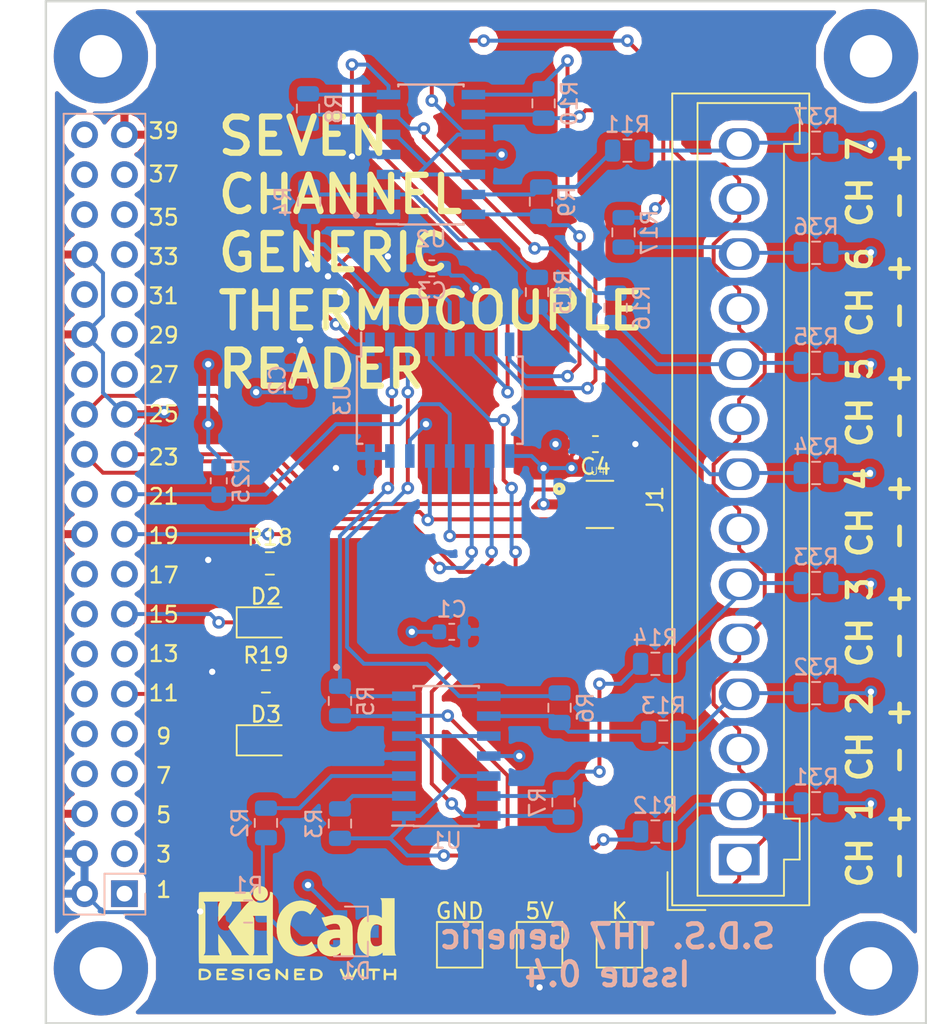
<source format=kicad_pcb>
(kicad_pcb (version 20171130) (host pcbnew 5.0.0-fee4fd1~65~ubuntu17.10.1)
  (layers (0 F.Cu signal) (31 B.Cu signal) (34 B.Paste user) (35 F.Paste user) (36 B.SilkS user) (37 F.SilkS user) (38 B.Mask user) (39 F.Mask user) (44 Edge.Cuts user))
  (net 0 "")
  (net 1 "Net-(D1-Pad1)")
  (net 2 "Net-(J1-Pad2)")
  (net 3 "Net-(J1-Pad4)")
  (net 4 "Net-(J1-Pad6)")
  (net 5 "Net-(J1-Pad8)")
  (net 6 "Net-(J1-Pad10)")
  (net 7 "Net-(J1-Pad12)")
  (net 8 "Net-(J1-Pad14)")
  (net 9 "Net-(R2-Pad1)")
  (net 10 4V096)
  (net 11 "Net-(R3-Pad1)")
  (net 12 "Net-(R15-Pad2)")
  (net 13 "Net-(R5-Pad2)")
  (net 14 "Net-(R12-Pad2)")
  (net 15 "Net-(R13-Pad2)")
  (net 16 "Net-(R6-Pad2)")
  (net 17 "Net-(R14-Pad2)")
  (net 18 "Net-(R7-Pad2)")
  (net 19 "Net-(R16-Pad2)")
  (net 20 "Net-(R8-Pad2)")
  (net 21 "Net-(R11-Pad2)")
  (net 22 "Net-(R9-Pad1)")
  (net 23 "Net-(R10-Pad1)")
  (net 24 "Net-(R10-Pad2)")
  (net 25 "Net-(RASPI_2_3_HEADER1-Pad3)")
  (net 26 "Net-(RASPI_2_3_HEADER1-Pad5)")
  (net 27 "Net-(RASPI_2_3_HEADER1-Pad7)")
  (net 28 "Net-(RASPI_2_3_HEADER1-Pad8)")
  (net 29 "Net-(RASPI_2_3_HEADER1-Pad9)")
  (net 30 "Net-(RASPI_2_3_HEADER1-Pad10)")
  (net 31 "Net-(RASPI_2_3_HEADER1-Pad12)")
  (net 32 "Net-(RASPI_2_3_HEADER1-Pad13)")
  (net 33 "Net-(RASPI_2_3_HEADER1-Pad14)")
  (net 34 "Net-(RASPI_2_3_HEADER1-Pad16)")
  (net 35 "Net-(RASPI_2_3_HEADER1-Pad17)")
  (net 36 "Net-(RASPI_2_3_HEADER1-Pad18)")
  (net 37 "Net-(RASPI_2_3_HEADER1-Pad22)")
  (net 38 "Net-(RASPI_2_3_HEADER1-Pad27)")
  (net 39 "Net-(RASPI_2_3_HEADER1-Pad28)")
  (net 40 "Net-(RASPI_2_3_HEADER1-Pad29)")
  (net 41 "Net-(RASPI_2_3_HEADER1-Pad31)")
  (net 42 "Net-(RASPI_2_3_HEADER1-Pad32)")
  (net 43 "Net-(RASPI_2_3_HEADER1-Pad33)")
  (net 44 "Net-(RASPI_2_3_HEADER1-Pad35)")
  (net 45 "Net-(RASPI_2_3_HEADER1-Pad36)")
  (net 46 "Net-(RASPI_2_3_HEADER1-Pad37)")
  (net 47 "Net-(RASPI_2_3_HEADER1-Pad38)")
  (net 48 "Net-(RASPI_2_3_HEADER1-Pad40)")
  (net 49 5V)
  (net 50 "Net-(RASPI_2_3_HEADER1-Pad1)")
  (net 51 GND)
  (net 52 MISO_0)
  (net 53 MOSI_0)
  (net 54 SCLK0)
  (net 55 CE0)
  (net 56 CE1)
  (net 57 "Net-(R4-Pad2)")
  (net 58 "Net-(D2-Pad1)")
  (net 59 "Net-(D2-Pad2)")
  (net 60 "Net-(D3-Pad2)")
  (net 61 "Net-(D3-Pad1)")
  (module Resistor_SMD:R_0805_2012Metric (layer B.Cu) (at 186.5 54.75 180)
    (fp_text reference R37 (at 0 1.65 180) (layer B.SilkS) (effects (justify mirror)))
    (fp_text value 330k)
    (pad 2 smd roundrect (at 0.9375 0 180) (size 0.975 1.4) (layers B.Cu B.Paste B.Mask) (net 8 "Net-(J1-Pad14)"))
    (pad 1 smd roundrect (at -0.9375 0 180) (size 0.975 1.4) (layers B.Cu B.Paste B.Mask) (net 51 GND))
  )
  (module TestPoint:TestPoint_Pad_2.5x2.5mm (layer F.Cu) (at 173.99 105.75)
    (fp_text reference K (at 0 -2.148) (layer F.SilkS))
    (fp_text value TestPoint_Pad_2.5x2.5mm)
    (pad 1 smd rect (at 0 0) (size 2.5 2.5) (layers F.Cu F.Mask) (net 10 4V096))
  )
  (module TestPoint:TestPoint_Pad_2.5x2.5mm (layer F.Cu) (at 168.91 105.75)
    (fp_text reference 5V (at 0 -2.148) (layer F.SilkS))
    (fp_text value TestPoint_Pad_2.5x2.5mm)
    (pad 1 smd rect (at 0 0) (size 2.5 2.5) (layers F.Cu F.Mask) (net 49 5V))
  )
  (module MountingHole:MountingHole_2.7mm_Pad (layer F.Cu) (at 141 49.25 180)
    (fp_text reference REF** hide)
    (fp_text value MountingHole_2.7mm_Pad hide)
    (pad 1 thru_hole circle (at 0 0 180) (size 6 6) (drill 2.7) (layers *.Cu *.Mask))
  )
  (module MountingHole:MountingHole_2.7mm_Pad (layer F.Cu) (at 190 49.25 180)
    (fp_text reference REF** hide)
    (fp_text value MountingHole_2.7mm_Pad hide)
    (pad 1 thru_hole circle (at 0 0 180) (size 6 6) (drill 2.7) (layers *.Cu *.Mask))
  )
  (module MountingHole:MountingHole_2.7mm_Pad (layer F.Cu) (at 190 107.25 180)
    (fp_text reference REF** hide)
    (fp_text value MountingHole_2.7mm_Pad hide)
    (pad 1 thru_hole circle (at 0 0 180) (size 6 6) (drill 2.7) (layers *.Cu *.Mask))
  )
  (module MountingHole:MountingHole_2.7mm_Pad (layer F.Cu) (at 141 107.25 180)
    (fp_text reference REF** hide)
    (fp_text value MountingHole_2.7mm_Pad hide)
    (pad 1 thru_hole circle (at 0 0 180) (size 6 6) (drill 2.7) (layers *.Cu *.Mask))
  )
  (module Capacitor_SMD:C_0603_1608Metric (layer B.Cu) (at 163.322 85.852 180)
    (fp_text reference C1 (at 0 1.43 180) (layer B.SilkS) (effects (justify mirror)))
    (fp_text value 100nF)
    (pad 1 smd roundrect (at -0.7875 0 180) (size 0.875 0.95) (layers B.Cu B.Paste B.Mask) (net 49 5V))
    (pad 2 smd roundrect (at 0.7875 0 180) (size 0.875 0.95) (layers B.Cu B.Paste B.Mask) (net 51 GND))
  )
  (module Capacitor_SMD:C_0603_1608Metric (layer B.Cu) (at 153.67 69.85 270)
    (fp_text reference C2 (at 0 1.43 270) (layer B.SilkS) (effects (justify mirror)))
    (fp_text value 100nF)
    (pad 2 smd roundrect (at 0.7875 0 270) (size 0.875 0.95) (layers B.Cu B.Paste B.Mask) (net 51 GND))
    (pad 1 smd roundrect (at -0.7875 0 270) (size 0.875 0.95) (layers B.Cu B.Paste B.Mask) (net 49 5V))
  )
  (module Capacitor_SMD:C_0603_1608Metric (layer B.Cu) (at 162.052 62.738)
    (fp_text reference C3 (at 0 1.43) (layer B.SilkS) (effects (justify mirror)))
    (fp_text value 100nF)
    (pad 1 smd roundrect (at -0.7875 0) (size 0.875 0.95) (layers B.Cu B.Paste B.Mask) (net 49 5V))
    (pad 2 smd roundrect (at 0.7875 0) (size 0.875 0.95) (layers B.Cu B.Paste B.Mask) (net 51 GND))
  )
  (module Capacitor_SMD:C_0603_1608Metric (layer F.Cu) (at 172.466 73.914 180)
    (fp_text reference C4 (at 0 -1.43 180) (layer F.SilkS))
    (fp_text value 100nF)
    (pad 2 smd roundrect (at 0.7875 0 180) (size 0.875 0.95) (layers F.Cu F.Paste F.Mask) (net 51 GND))
    (pad 1 smd roundrect (at -0.7875 0 180) (size 0.875 0.95) (layers F.Cu F.Paste F.Mask) (net 49 5V))
  )
  (module Package_TO_SOT_SMD:SOT-23 (layer B.Cu) (at 157.226 104.902)
    (fp_text reference D1 (at 0 2.5) (layer B.SilkS) (effects (justify mirror)))
    (fp_text value LM4040DBZ-4.1)
    (pad 1 smd rect (at -1 0.95) (size 0.9 0.8) (layers B.Cu B.Paste B.Mask) (net 1 "Net-(D1-Pad1)"))
    (pad 2 smd rect (at -1 -0.95) (size 0.9 0.8) (layers B.Cu B.Paste B.Mask) (net 51 GND))
    (pad 3 smd rect (at 1 0) (size 0.9 0.8) (layers B.Cu B.Paste B.Mask))
  )
  (module Connector_Wago:Wago_734-144_1x14_P3.50mm_Vertical (layer F.Cu) (at 181.61 100.33 90)
    (fp_text reference J1 (at 22.9 -5.35 90) (layer F.SilkS))
    (fp_text value Screw_Terminal_01x14)
    (pad 1 thru_hole rect (at 0 0 90) (size 2 2.6) (drill 1.6) (layers *.Cu *.Mask) (net 10 4V096))
    (pad 2 thru_hole oval (at 3.5 0 90) (size 2 2.6) (drill 1.6) (layers *.Cu *.Mask) (net 2 "Net-(J1-Pad2)"))
    (pad 3 thru_hole oval (at 7 0 90) (size 2 2.6) (drill 1.6) (layers *.Cu *.Mask) (net 10 4V096))
    (pad 4 thru_hole oval (at 10.5 0 90) (size 2 2.6) (drill 1.6) (layers *.Cu *.Mask) (net 3 "Net-(J1-Pad4)"))
    (pad 5 thru_hole oval (at 14 0 90) (size 2 2.6) (drill 1.6) (layers *.Cu *.Mask) (net 10 4V096))
    (pad 6 thru_hole oval (at 17.5 0 90) (size 2 2.6) (drill 1.6) (layers *.Cu *.Mask) (net 4 "Net-(J1-Pad6)"))
    (pad 7 thru_hole oval (at 21 0 90) (size 2 2.6) (drill 1.6) (layers *.Cu *.Mask) (net 10 4V096))
    (pad 8 thru_hole oval (at 24.5 0 90) (size 2 2.6) (drill 1.6) (layers *.Cu *.Mask) (net 5 "Net-(J1-Pad8)"))
    (pad 9 thru_hole oval (at 28 0 90) (size 2 2.6) (drill 1.6) (layers *.Cu *.Mask) (net 10 4V096))
    (pad 10 thru_hole oval (at 31.5 0 90) (size 2 2.6) (drill 1.6) (layers *.Cu *.Mask) (net 6 "Net-(J1-Pad10)"))
    (pad 11 thru_hole oval (at 35 0 90) (size 2 2.6) (drill 1.6) (layers *.Cu *.Mask) (net 10 4V096))
    (pad 12 thru_hole oval (at 38.5 0 90) (size 2 2.6) (drill 1.6) (layers *.Cu *.Mask) (net 7 "Net-(J1-Pad12)"))
    (pad 13 thru_hole oval (at 42 0 90) (size 2 2.6) (drill 1.6) (layers *.Cu *.Mask) (net 10 4V096))
    (pad 14 thru_hole oval (at 45.5 0 90) (size 2 2.6) (drill 1.6) (layers *.Cu *.Mask) (net 8 "Net-(J1-Pad14)"))
  )
  (module Resistor_SMD:R_0805_2012Metric (layer B.Cu) (at 150.368 103.632 180)
    (fp_text reference R1 (at 0 1.65 180) (layer B.SilkS) (effects (justify mirror)))
    (fp_text value 470)
    (pad 1 smd roundrect (at -0.9375 0 180) (size 0.975 1.4) (layers B.Cu B.Paste B.Mask) (net 1 "Net-(D1-Pad1)"))
    (pad 2 smd roundrect (at 0.9375 0 180) (size 0.975 1.4) (layers B.Cu B.Paste B.Mask) (net 49 5V))
  )
  (module Resistor_SMD:R_0805_2012Metric (layer B.Cu) (at 151.5 98 270)
    (fp_text reference R2 (at 0 1.65 270) (layer B.SilkS) (effects (justify mirror)))
    (fp_text value 10k)
    (pad 2 smd roundrect (at 0.9375 0 270) (size 0.975 1.4) (layers B.Cu B.Paste B.Mask) (net 1 "Net-(D1-Pad1)"))
    (pad 1 smd roundrect (at -0.9375 0 270) (size 0.975 1.4) (layers B.Cu B.Paste B.Mask) (net 9 "Net-(R2-Pad1)"))
  )
  (module Resistor_SMD:R_0805_2012Metric (layer B.Cu) (at 156.21 98.044 270)
    (fp_text reference R3 (at 0 1.65 270) (layer B.SilkS) (effects (justify mirror)))
    (fp_text value 10k)
    (pad 1 smd roundrect (at -0.9375 0 270) (size 0.975 1.4) (layers B.Cu B.Paste B.Mask) (net 11 "Net-(R3-Pad1)"))
    (pad 2 smd roundrect (at 0.9375 0 270) (size 0.975 1.4) (layers B.Cu B.Paste B.Mask) (net 10 4V096))
  )
  (module Resistor_SMD:R_0805_2012Metric (layer B.Cu) (at 154.25 58.5 270)
    (fp_text reference R4 (at 0 1.65 270) (layer B.SilkS) (effects (justify mirror)))
    (fp_text value 100K)
    (pad 1 smd roundrect (at -0.9375 0 270) (size 0.975 1.4) (layers B.Cu B.Paste B.Mask) (net 12 "Net-(R15-Pad2)"))
    (pad 2 smd roundrect (at 0.9375 0 270) (size 0.975 1.4) (layers B.Cu B.Paste B.Mask) (net 57 "Net-(R4-Pad2)"))
  )
  (module Resistor_SMD:R_0805_2012Metric (layer B.Cu) (at 156.21 90.2485 90)
    (fp_text reference R5 (at 0 1.65 90) (layer B.SilkS) (effects (justify mirror)))
    (fp_text value 100K)
    (pad 1 smd roundrect (at -0.9375 0 90) (size 0.975 1.4) (layers B.Cu B.Paste B.Mask) (net 14 "Net-(R12-Pad2)"))
    (pad 2 smd roundrect (at 0.9375 0 90) (size 0.975 1.4) (layers B.Cu B.Paste B.Mask) (net 13 "Net-(R5-Pad2)"))
  )
  (module Resistor_SMD:R_0805_2012Metric (layer B.Cu) (at 170.18 90.678 90)
    (fp_text reference R6 (at 0 1.65 90) (layer B.SilkS) (effects (justify mirror)))
    (fp_text value 100K)
    (pad 2 smd roundrect (at 0.9375 0 90) (size 0.975 1.4) (layers B.Cu B.Paste B.Mask) (net 16 "Net-(R6-Pad2)"))
    (pad 1 smd roundrect (at -0.9375 0 90) (size 0.975 1.4) (layers B.Cu B.Paste B.Mask) (net 15 "Net-(R13-Pad2)"))
  )
  (module Resistor_SMD:R_0805_2012Metric (layer B.Cu) (at 170.434 96.6955 270)
    (fp_text reference R7 (at 0 1.65 270) (layer B.SilkS) (effects (justify mirror)))
    (fp_text value 100K)
    (pad 1 smd roundrect (at -0.9375 0 270) (size 0.975 1.4) (layers B.Cu B.Paste B.Mask) (net 17 "Net-(R14-Pad2)"))
    (pad 2 smd roundrect (at 0.9375 0 270) (size 0.975 1.4) (layers B.Cu B.Paste B.Mask) (net 18 "Net-(R7-Pad2)"))
  )
  (module Resistor_SMD:R_0805_2012Metric (layer B.Cu) (at 154.178 52.578 90)
    (fp_text reference R8 (at 0 1.65 90) (layer B.SilkS) (effects (justify mirror)))
    (fp_text value 100K)
    (pad 2 smd roundrect (at 0.9375 0 90) (size 0.975 1.4) (layers B.Cu B.Paste B.Mask) (net 20 "Net-(R8-Pad2)"))
    (pad 1 smd roundrect (at -0.9375 0 90) (size 0.975 1.4) (layers B.Cu B.Paste B.Mask) (net 19 "Net-(R16-Pad2)"))
  )
  (module Resistor_SMD:R_0805_2012Metric (layer B.Cu) (at 169 58.5 90)
    (fp_text reference R9 (at 0 1.65 90) (layer B.SilkS) (effects (justify mirror)))
    (fp_text value 100K)
    (pad 2 smd roundrect (at 0.9375 0 90) (size 0.975 1.4) (layers B.Cu B.Paste B.Mask) (net 21 "Net-(R11-Pad2)"))
    (pad 1 smd roundrect (at -0.9375 0 90) (size 0.975 1.4) (layers B.Cu B.Paste B.Mask) (net 22 "Net-(R9-Pad1)"))
  )
  (module Resistor_SMD:R_0805_2012Metric (layer B.Cu) (at 169.164 52.25 90)
    (fp_text reference R10 (at 0 1.65 90) (layer B.SilkS) (effects (justify mirror)))
    (fp_text value 100K)
    (pad 1 smd roundrect (at -0.9375 0 90) (size 0.975 1.4) (layers B.Cu B.Paste B.Mask) (net 23 "Net-(R10-Pad1)"))
    (pad 2 smd roundrect (at 0.9375 0 90) (size 0.975 1.4) (layers B.Cu B.Paste B.Mask) (net 24 "Net-(R10-Pad2)"))
  )
  (module Resistor_SMD:R_0805_2012Metric (layer B.Cu) (at 174.5 55.25 180)
    (fp_text reference R11 (at 0 1.65 180) (layer B.SilkS) (effects (justify mirror)))
    (fp_text value 1K)
    (pad 2 smd roundrect (at 0.9375 0 180) (size 0.975 1.4) (layers B.Cu B.Paste B.Mask) (net 21 "Net-(R11-Pad2)"))
    (pad 1 smd roundrect (at -0.9375 0 180) (size 0.975 1.4) (layers B.Cu B.Paste B.Mask) (net 8 "Net-(J1-Pad14)"))
  )
  (module Resistor_SMD:R_0805_2012Metric (layer B.Cu) (at 176.276 98.552 180)
    (fp_text reference R12 (at 0 1.65 180) (layer B.SilkS) (effects (justify mirror)))
    (fp_text value 1k)
    (pad 1 smd roundrect (at -0.9375 0 180) (size 0.975 1.4) (layers B.Cu B.Paste B.Mask) (net 2 "Net-(J1-Pad2)"))
    (pad 2 smd roundrect (at 0.9375 0 180) (size 0.975 1.4) (layers B.Cu B.Paste B.Mask) (net 14 "Net-(R12-Pad2)"))
  )
  (module Resistor_SMD:R_0805_2012Metric (layer B.Cu) (at 176.784 92.202 180)
    (fp_text reference R13 (at 0 1.65 180) (layer B.SilkS) (effects (justify mirror)))
    (fp_text value 1k)
    (pad 2 smd roundrect (at 0.9375 0 180) (size 0.975 1.4) (layers B.Cu B.Paste B.Mask) (net 15 "Net-(R13-Pad2)"))
    (pad 1 smd roundrect (at -0.9375 0 180) (size 0.975 1.4) (layers B.Cu B.Paste B.Mask) (net 3 "Net-(J1-Pad4)"))
  )
  (module Resistor_SMD:R_0805_2012Metric (layer B.Cu) (at 176.276 87.884 180)
    (fp_text reference R14 (at 0 1.65 180) (layer B.SilkS) (effects (justify mirror)))
    (fp_text value 1k)
    (pad 2 smd roundrect (at 0.9375 0 180) (size 0.975 1.4) (layers B.Cu B.Paste B.Mask) (net 17 "Net-(R14-Pad2)"))
    (pad 1 smd roundrect (at -0.9375 0 180) (size 0.975 1.4) (layers B.Cu B.Paste B.Mask) (net 4 "Net-(J1-Pad6)"))
  )
  (module Resistor_SMD:R_0805_2012Metric (layer B.Cu) (at 168.75 64.25 90)
    (fp_text reference R15 (at 0 1.65 90) (layer B.SilkS) (effects (justify mirror)))
    (fp_text value 1k)
    (pad 1 smd roundrect (at -0.9375 0 90) (size 0.975 1.4) (layers B.Cu B.Paste B.Mask) (net 5 "Net-(J1-Pad8)"))
    (pad 2 smd roundrect (at 0.9375 0 90) (size 0.975 1.4) (layers B.Cu B.Paste B.Mask) (net 12 "Net-(R15-Pad2)"))
  )
  (module Resistor_SMD:R_0805_2012Metric (layer B.Cu) (at 173.75 65.25 90)
    (fp_text reference R16 (at 0 1.65 90) (layer B.SilkS) (effects (justify mirror)))
    (fp_text value 1k)
    (pad 2 smd roundrect (at 0.9375 0 90) (size 0.975 1.4) (layers B.Cu B.Paste B.Mask) (net 19 "Net-(R16-Pad2)"))
    (pad 1 smd roundrect (at -0.9375 0 90) (size 0.975 1.4) (layers B.Cu B.Paste B.Mask) (net 6 "Net-(J1-Pad10)"))
  )
  (module Resistor_SMD:R_0805_2012Metric (layer B.Cu) (at 174.25 60.452 90)
    (fp_text reference R17 (at 0 1.65 90) (layer B.SilkS) (effects (justify mirror)))
    (fp_text value 1k)
    (pad 1 smd roundrect (at -0.9375 0 90) (size 0.975 1.4) (layers B.Cu B.Paste B.Mask) (net 7 "Net-(J1-Pad12)"))
    (pad 2 smd roundrect (at 0.9375 0 90) (size 0.975 1.4) (layers B.Cu B.Paste B.Mask) (net 23 "Net-(R10-Pad1)"))
  )
  (module Resistor_SMD:R_0603_1608Metric_Pad1.05x0.95mm_HandSolder (layer B.Cu) (at 148.5 76.25 90)
    (fp_text reference R25 (at 0 1.43 90) (layer B.SilkS) (effects (justify mirror)))
    (fp_text value 10K)
    (pad 1 smd roundrect (at -0.875 0 90) (size 1.05 0.95) (layers B.Cu B.Paste B.Mask) (net 52 MISO_0))
    (pad 2 smd roundrect (at 0.875 0 90) (size 1.05 0.95) (layers B.Cu B.Paste B.Mask) (net 51 GND))
  )
  (module Connector_PinSocket_2.54mm:PinSocket_2x20_P2.54mm_Vertical (layer B.Cu) (at 142.5 102.5)
    (fp_text reference RASPI_2_3_HEADER1 hide)
    (fp_text value Raspberry_Pi_2_3)
    (pad 1 thru_hole rect (at 0 0) (size 1.7 1.7) (drill 1) (layers *.Cu *.Mask) (net 50 "Net-(RASPI_2_3_HEADER1-Pad1)"))
    (pad 2 thru_hole oval (at -2.54 0) (size 1.7 1.7) (drill 1) (layers *.Cu *.Mask) (net 49 5V))
    (pad 3 thru_hole oval (at 0 -2.54) (size 1.7 1.7) (drill 1) (layers *.Cu *.Mask) (net 25 "Net-(RASPI_2_3_HEADER1-Pad3)"))
    (pad 4 thru_hole oval (at -2.54 -2.54) (size 1.7 1.7) (drill 1) (layers *.Cu *.Mask) (net 49 5V))
    (pad 5 thru_hole oval (at 0 -5.08) (size 1.7 1.7) (drill 1) (layers *.Cu *.Mask) (net 26 "Net-(RASPI_2_3_HEADER1-Pad5)"))
    (pad 6 thru_hole oval (at -2.54 -5.08) (size 1.7 1.7) (drill 1) (layers *.Cu *.Mask) (net 51 GND))
    (pad 7 thru_hole oval (at 0 -7.62) (size 1.7 1.7) (drill 1) (layers *.Cu *.Mask) (net 27 "Net-(RASPI_2_3_HEADER1-Pad7)"))
    (pad 8 thru_hole oval (at -2.54 -7.62) (size 1.7 1.7) (drill 1) (layers *.Cu *.Mask) (net 28 "Net-(RASPI_2_3_HEADER1-Pad8)"))
    (pad 9 thru_hole oval (at 0 -10.16) (size 1.7 1.7) (drill 1) (layers *.Cu *.Mask) (net 29 "Net-(RASPI_2_3_HEADER1-Pad9)"))
    (pad 10 thru_hole oval (at -2.54 -10.16) (size 1.7 1.7) (drill 1) (layers *.Cu *.Mask) (net 30 "Net-(RASPI_2_3_HEADER1-Pad10)"))
    (pad 11 thru_hole oval (at 0 -12.7) (size 1.7 1.7) (drill 1) (layers *.Cu *.Mask) (net 61 "Net-(D3-Pad1)"))
    (pad 12 thru_hole oval (at -2.54 -12.7) (size 1.7 1.7) (drill 1) (layers *.Cu *.Mask) (net 31 "Net-(RASPI_2_3_HEADER1-Pad12)"))
    (pad 13 thru_hole oval (at 0 -15.24) (size 1.7 1.7) (drill 1) (layers *.Cu *.Mask) (net 32 "Net-(RASPI_2_3_HEADER1-Pad13)"))
    (pad 14 thru_hole oval (at -2.54 -15.24) (size 1.7 1.7) (drill 1) (layers *.Cu *.Mask) (net 33 "Net-(RASPI_2_3_HEADER1-Pad14)"))
    (pad 15 thru_hole oval (at 0 -17.78) (size 1.7 1.7) (drill 1) (layers *.Cu *.Mask) (net 58 "Net-(D2-Pad1)"))
    (pad 16 thru_hole oval (at -2.54 -17.78) (size 1.7 1.7) (drill 1) (layers *.Cu *.Mask) (net 34 "Net-(RASPI_2_3_HEADER1-Pad16)"))
    (pad 17 thru_hole oval (at 0 -20.32) (size 1.7 1.7) (drill 1) (layers *.Cu *.Mask) (net 35 "Net-(RASPI_2_3_HEADER1-Pad17)"))
    (pad 18 thru_hole oval (at -2.54 -20.32) (size 1.7 1.7) (drill 1) (layers *.Cu *.Mask) (net 36 "Net-(RASPI_2_3_HEADER1-Pad18)"))
    (pad 19 thru_hole oval (at 0 -22.86) (size 1.7 1.7) (drill 1) (layers *.Cu *.Mask) (net 53 MOSI_0))
    (pad 20 thru_hole oval (at -2.54 -22.86) (size 1.7 1.7) (drill 1) (layers *.Cu *.Mask) (net 51 GND))
    (pad 21 thru_hole oval (at 0 -25.4) (size 1.7 1.7) (drill 1) (layers *.Cu *.Mask) (net 52 MISO_0))
    (pad 22 thru_hole oval (at -2.54 -25.4) (size 1.7 1.7) (drill 1) (layers *.Cu *.Mask) (net 37 "Net-(RASPI_2_3_HEADER1-Pad22)"))
    (pad 23 thru_hole oval (at 0 -27.94) (size 1.7 1.7) (drill 1) (layers *.Cu *.Mask) (net 54 SCLK0))
    (pad 24 thru_hole oval (at -2.54 -27.94) (size 1.7 1.7) (drill 1) (layers *.Cu *.Mask) (net 55 CE0))
    (pad 25 thru_hole oval (at 0 -30.48) (size 1.7 1.7) (drill 1) (layers *.Cu *.Mask) (net 51 GND))
    (pad 26 thru_hole oval (at -2.54 -30.48) (size 1.7 1.7) (drill 1) (layers *.Cu *.Mask) (net 56 CE1))
    (pad 27 thru_hole oval (at 0 -33.02) (size 1.7 1.7) (drill 1) (layers *.Cu *.Mask) (net 38 "Net-(RASPI_2_3_HEADER1-Pad27)"))
    (pad 28 thru_hole oval (at -2.54 -33.02) (size 1.7 1.7) (drill 1) (layers *.Cu *.Mask) (net 39 "Net-(RASPI_2_3_HEADER1-Pad28)"))
    (pad 29 thru_hole oval (at 0 -35.56) (size 1.7 1.7) (drill 1) (layers *.Cu *.Mask) (net 40 "Net-(RASPI_2_3_HEADER1-Pad29)"))
    (pad 30 thru_hole oval (at -2.54 -35.56) (size 1.7 1.7) (drill 1) (layers *.Cu *.Mask) (net 51 GND))
    (pad 31 thru_hole oval (at 0 -38.1) (size 1.7 1.7) (drill 1) (layers *.Cu *.Mask) (net 41 "Net-(RASPI_2_3_HEADER1-Pad31)"))
    (pad 32 thru_hole oval (at -2.54 -38.1) (size 1.7 1.7) (drill 1) (layers *.Cu *.Mask) (net 42 "Net-(RASPI_2_3_HEADER1-Pad32)"))
    (pad 33 thru_hole oval (at 0 -40.64) (size 1.7 1.7) (drill 1) (layers *.Cu *.Mask) (net 43 "Net-(RASPI_2_3_HEADER1-Pad33)"))
    (pad 34 thru_hole oval (at -2.54 -40.64) (size 1.7 1.7) (drill 1) (layers *.Cu *.Mask) (net 51 GND))
    (pad 35 thru_hole oval (at 0 -43.18) (size 1.7 1.7) (drill 1) (layers *.Cu *.Mask) (net 44 "Net-(RASPI_2_3_HEADER1-Pad35)"))
    (pad 36 thru_hole oval (at -2.54 -43.18) (size 1.7 1.7) (drill 1) (layers *.Cu *.Mask) (net 45 "Net-(RASPI_2_3_HEADER1-Pad36)"))
    (pad 37 thru_hole oval (at 0 -45.72) (size 1.7 1.7) (drill 1) (layers *.Cu *.Mask) (net 46 "Net-(RASPI_2_3_HEADER1-Pad37)"))
    (pad 38 thru_hole oval (at -2.54 -45.72) (size 1.7 1.7) (drill 1) (layers *.Cu *.Mask) (net 47 "Net-(RASPI_2_3_HEADER1-Pad38)"))
    (pad 39 thru_hole oval (at 0 -48.26) (size 1.7 1.7) (drill 1) (layers *.Cu *.Mask) (net 51 GND))
    (pad 40 thru_hole oval (at -2.54 -48.26) (size 1.7 1.7) (drill 1) (layers *.Cu *.Mask) (net 48 "Net-(RASPI_2_3_HEADER1-Pad40)"))
  )
  (module Package_SO:SOIC-14_3.9x8.7mm_P1.27mm (layer B.Cu) (at 162.976 93.75)
    (fp_text reference U1 (at 0 5.375) (layer B.SilkS) (effects (justify mirror)))
    (fp_text value MCP6074-E_SL)
    (pad 1 smd rect (at -2.7 3.81) (size 1.5 0.6) (layers B.Cu B.Paste B.Mask) (net 10 4V096))
    (pad 2 smd rect (at -2.7 2.54) (size 1.5 0.6) (layers B.Cu B.Paste B.Mask) (net 11 "Net-(R3-Pad1)"))
    (pad 3 smd rect (at -2.7 1.27) (size 1.5 0.6) (layers B.Cu B.Paste B.Mask) (net 9 "Net-(R2-Pad1)"))
    (pad 4 smd rect (at -2.7 0) (size 1.5 0.6) (layers B.Cu B.Paste B.Mask) (net 49 5V))
    (pad 5 smd rect (at -2.7 -1.27) (size 1.5 0.6) (layers B.Cu B.Paste B.Mask) (net 10 4V096))
    (pad 6 smd rect (at -2.7 -2.54) (size 1.5 0.6) (layers B.Cu B.Paste B.Mask) (net 14 "Net-(R12-Pad2)"))
    (pad 7 smd rect (at -2.7 -3.81) (size 1.5 0.6) (layers B.Cu B.Paste B.Mask) (net 13 "Net-(R5-Pad2)"))
    (pad 8 smd rect (at 2.7 -3.81) (size 1.5 0.6) (layers B.Cu B.Paste B.Mask) (net 16 "Net-(R6-Pad2)"))
    (pad 9 smd rect (at 2.7 -2.54) (size 1.5 0.6) (layers B.Cu B.Paste B.Mask) (net 15 "Net-(R13-Pad2)"))
    (pad 10 smd rect (at 2.7 -1.27) (size 1.5 0.6) (layers B.Cu B.Paste B.Mask) (net 10 4V096))
    (pad 11 smd rect (at 2.7 0) (size 1.5 0.6) (layers B.Cu B.Paste B.Mask) (net 51 GND))
    (pad 12 smd rect (at 2.7 1.27) (size 1.5 0.6) (layers B.Cu B.Paste B.Mask) (net 10 4V096))
    (pad 13 smd rect (at 2.7 2.54) (size 1.5 0.6) (layers B.Cu B.Paste B.Mask) (net 17 "Net-(R14-Pad2)"))
    (pad 14 smd rect (at 2.7 3.81) (size 1.5 0.6) (layers B.Cu B.Paste B.Mask) (net 18 "Net-(R7-Pad2)"))
  )
  (module Package_SO:SOIC-14_3.9x8.7mm_P1.27mm (layer B.Cu) (at 162 55.5)
    (fp_text reference U2 (at 0 5.375) (layer B.SilkS) (effects (justify mirror)))
    (fp_text value MCP6074-E_SL)
    (pad 14 smd rect (at 2.7 3.81) (size 1.5 0.6) (layers B.Cu B.Paste B.Mask) (net 22 "Net-(R9-Pad1)"))
    (pad 13 smd rect (at 2.7 2.54) (size 1.5 0.6) (layers B.Cu B.Paste B.Mask) (net 21 "Net-(R11-Pad2)"))
    (pad 12 smd rect (at 2.7 1.27) (size 1.5 0.6) (layers B.Cu B.Paste B.Mask) (net 10 4V096))
    (pad 11 smd rect (at 2.7 0) (size 1.5 0.6) (layers B.Cu B.Paste B.Mask) (net 51 GND))
    (pad 10 smd rect (at 2.7 -1.27) (size 1.5 0.6) (layers B.Cu B.Paste B.Mask) (net 10 4V096))
    (pad 9 smd rect (at 2.7 -2.54) (size 1.5 0.6) (layers B.Cu B.Paste B.Mask) (net 23 "Net-(R10-Pad1)"))
    (pad 8 smd rect (at 2.7 -3.81) (size 1.5 0.6) (layers B.Cu B.Paste B.Mask) (net 24 "Net-(R10-Pad2)"))
    (pad 7 smd rect (at -2.7 -3.81) (size 1.5 0.6) (layers B.Cu B.Paste B.Mask) (net 20 "Net-(R8-Pad2)"))
    (pad 6 smd rect (at -2.7 -2.54) (size 1.5 0.6) (layers B.Cu B.Paste B.Mask) (net 19 "Net-(R16-Pad2)"))
    (pad 5 smd rect (at -2.7 -1.27) (size 1.5 0.6) (layers B.Cu B.Paste B.Mask) (net 10 4V096))
    (pad 4 smd rect (at -2.7 0) (size 1.5 0.6) (layers B.Cu B.Paste B.Mask) (net 49 5V))
    (pad 3 smd rect (at -2.7 1.27) (size 1.5 0.6) (layers B.Cu B.Paste B.Mask) (net 10 4V096))
    (pad 2 smd rect (at -2.7 2.54) (size 1.5 0.6) (layers B.Cu B.Paste B.Mask) (net 12 "Net-(R15-Pad2)"))
    (pad 1 smd rect (at -2.7 3.81) (size 1.5 0.6) (layers B.Cu B.Paste B.Mask) (net 57 "Net-(R4-Pad2)"))
  )
  (module Package_SO:SOIC-16W_5.3x10.2mm_P1.27mm (layer B.Cu) (at 162.56 71.12 270)
    (fp_text reference U3 (at 0 6.2 270) (layer B.SilkS) (effects (justify mirror)))
    (fp_text value MCP3208)
    (pad 1 smd rect (at -3.55 4.445 270) (size 1.5 0.6) (layers B.Cu B.Paste B.Mask) (net 10 4V096))
    (pad 2 smd rect (at -3.55 3.175 270) (size 1.5 0.6) (layers B.Cu B.Paste B.Mask) (net 13 "Net-(R5-Pad2)"))
    (pad 3 smd rect (at -3.55 1.905 270) (size 1.5 0.6) (layers B.Cu B.Paste B.Mask) (net 16 "Net-(R6-Pad2)"))
    (pad 4 smd rect (at -3.55 0.635 270) (size 1.5 0.6) (layers B.Cu B.Paste B.Mask) (net 18 "Net-(R7-Pad2)"))
    (pad 5 smd rect (at -3.55 -0.635 270) (size 1.5 0.6) (layers B.Cu B.Paste B.Mask) (net 57 "Net-(R4-Pad2)"))
    (pad 6 smd rect (at -3.55 -1.905 270) (size 1.5 0.6) (layers B.Cu B.Paste B.Mask) (net 20 "Net-(R8-Pad2)"))
    (pad 7 smd rect (at -3.55 -3.175 270) (size 1.5 0.6) (layers B.Cu B.Paste B.Mask) (net 24 "Net-(R10-Pad2)"))
    (pad 8 smd rect (at -3.55 -4.445 270) (size 1.5 0.6) (layers B.Cu B.Paste B.Mask) (net 22 "Net-(R9-Pad1)"))
    (pad 9 smd rect (at 3.55 -4.445 270) (size 1.5 0.6) (layers B.Cu B.Paste B.Mask) (net 51 GND))
    (pad 10 smd rect (at 3.55 -3.175 270) (size 1.5 0.6) (layers B.Cu B.Paste B.Mask) (net 55 CE0))
    (pad 11 smd rect (at 3.55 -1.905 270) (size 1.5 0.6) (layers B.Cu B.Paste B.Mask) (net 53 MOSI_0))
    (pad 12 smd rect (at 3.55 -0.635 270) (size 1.5 0.6) (layers B.Cu B.Paste B.Mask) (net 52 MISO_0))
    (pad 13 smd rect (at 3.55 0.635 270) (size 1.5 0.6) (layers B.Cu B.Paste B.Mask) (net 54 SCLK0))
    (pad 14 smd rect (at 3.55 1.905 270) (size 1.5 0.6) (layers B.Cu B.Paste B.Mask) (net 51 GND))
    (pad 15 smd rect (at 3.55 3.175 270) (size 1.5 0.6) (layers B.Cu B.Paste B.Mask) (net 49 5V))
    (pad 16 smd rect (at 3.55 4.445 270) (size 1.5 0.6) (layers B.Cu B.Paste B.Mask) (net 49 5V))
  )
  (module SOT95P280X145-5N:SOT95P280X145-5N (layer F.Cu) (at 172.75 77.75)
    (fp_text reference U4 (at -0.131606 -2.11794) (layer F.SilkS) (effects (font (size 0.482996 0.482996) (thickness 0.05))))
    (fp_text value TC77_SUBSTITUTE hide)
    (pad 1 smd rect (at -1.165 -0.95 90) (size 0.58 1.39) (layers F.Cu F.Paste F.Mask) (net 56 CE1))
    (pad 2 smd rect (at -1.165 0 90) (size 0.58 1.39) (layers F.Cu F.Paste F.Mask) (net 51 GND))
    (pad 3 smd rect (at -1.165 0.95 90) (size 0.58 1.39) (layers F.Cu F.Paste F.Mask) (net 54 SCLK0))
    (pad 4 smd rect (at 1.165 0.95 90) (size 0.58 1.39) (layers F.Cu F.Paste F.Mask) (net 52 MISO_0))
    (pad 5 smd rect (at 1.165 -0.95 90) (size 0.58 1.39) (layers F.Cu F.Paste F.Mask) (net 49 5V))
  )
  (module TestPoint:TestPoint_Pad_2.5x2.5mm (layer F.Cu) (at 163.83 105.75)
    (fp_text reference GND (at 0 -2.148) (layer F.SilkS))
    (fp_text value TestPoint_Pad_2.5x2.5mm)
    (pad 1 smd rect (at 0 0) (size 2.5 2.5) (layers F.Cu F.Mask) (net 51 GND))
  )
  (module LED_SMD:LED_0805_2012Metric_Pad1.15x1.40mm_HandSolder (layer F.Cu) (at 151.5 85.25)
    (fp_text reference D2 (at 0 -1.65) (layer F.SilkS))
    (fp_text value LED_ALT)
    (pad 1 smd roundrect (at -1.025 0) (size 1.15 1.4) (layers F.Cu F.Paste F.Mask) (roundrect_rratio 0.217391) (net 58 "Net-(D2-Pad1)"))
    (pad 2 smd roundrect (at 1.025 0) (size 1.15 1.4) (layers F.Cu F.Paste F.Mask) (roundrect_rratio 0.217391) (net 59 "Net-(D2-Pad2)"))
  )
  (module LED_SMD:LED_0805_2012Metric_Pad1.15x1.40mm_HandSolder (layer F.Cu) (at 151.5 92.75)
    (fp_text reference D3 (at 0 -1.65) (layer F.SilkS))
    (fp_text value LED_ALT)
    (pad 2 smd roundrect (at 1.025 0) (size 1.15 1.4) (layers F.Cu F.Paste F.Mask) (roundrect_rratio 0.217391) (net 60 "Net-(D3-Pad2)"))
    (pad 1 smd roundrect (at -1.025 0) (size 1.15 1.4) (layers F.Cu F.Paste F.Mask) (roundrect_rratio 0.217391) (net 61 "Net-(D3-Pad1)"))
  )
  (module Resistor_SMD:R_0805_2012Metric (layer F.Cu) (at 151.75 81.5)
    (fp_text reference R18 (at 0 -1.65) (layer F.SilkS))
    (fp_text value 330)
    (pad 2 smd roundrect (at 0.9375 0) (size 0.975 1.4) (layers F.Cu F.Paste F.Mask) (net 59 "Net-(D2-Pad2)"))
    (pad 1 smd roundrect (at -0.9375 0) (size 0.975 1.4) (layers F.Cu F.Paste F.Mask) (net 49 5V))
  )
  (module Resistor_SMD:R_0805_2012Metric (layer F.Cu) (at 151.5 89)
    (fp_text reference R19 (at 0 -1.65) (layer F.SilkS))
    (fp_text value 330)
    (pad 1 smd roundrect (at -0.9375 0) (size 0.975 1.4) (layers F.Cu F.Paste F.Mask) (net 49 5V))
    (pad 2 smd roundrect (at 0.9375 0) (size 0.975 1.4) (layers F.Cu F.Paste F.Mask) (net 60 "Net-(D3-Pad2)"))
  )
  (module Symbol:KiCad-Logo2_6mm_SilkScreen (layer F.Cu) (at 153.5 105)
    (fp_text reference REF** hide)
    (fp_text value KiCad-Logo2_6mm_SilkScreen hide)
  )
  (module Resistor_SMD:R_0805_2012Metric (layer B.Cu) (at 186.5 96.75 180)
    (fp_text reference R31 (at 0 1.65 180) (layer B.SilkS) (effects (justify mirror)))
    (fp_text value 330k)
    (pad 1 smd roundrect (at -0.9375 0 180) (size 0.975 1.4) (layers B.Cu B.Paste B.Mask) (net 51 GND))
    (pad 2 smd roundrect (at 0.9375 0 180) (size 0.975 1.4) (layers B.Cu B.Paste B.Mask) (net 2 "Net-(J1-Pad2)"))
  )
  (module Resistor_SMD:R_0805_2012Metric (layer B.Cu) (at 186.5 89.75 180)
    (fp_text reference R32 (at 0 1.65 180) (layer B.SilkS) (effects (justify mirror)))
    (fp_text value 330k)
    (pad 2 smd roundrect (at 0.9375 0 180) (size 0.975 1.4) (layers B.Cu B.Paste B.Mask) (net 3 "Net-(J1-Pad4)"))
    (pad 1 smd roundrect (at -0.9375 0 180) (size 0.975 1.4) (layers B.Cu B.Paste B.Mask) (net 51 GND))
  )
  (module Resistor_SMD:R_0805_2012Metric (layer B.Cu) (at 186.5 82.75 180)
    (fp_text reference R33 (at 0 1.65 180) (layer B.SilkS) (effects (justify mirror)))
    (fp_text value 330k)
    (pad 1 smd roundrect (at -0.9375 0 180) (size 0.975 1.4) (layers B.Cu B.Paste B.Mask) (net 51 GND))
    (pad 2 smd roundrect (at 0.9375 0 180) (size 0.975 1.4) (layers B.Cu B.Paste B.Mask) (net 4 "Net-(J1-Pad6)"))
  )
  (module Resistor_SMD:R_0805_2012Metric (layer B.Cu) (at 186.5 75.75 180)
    (fp_text reference R34 (at 0 1.65 180) (layer B.SilkS) (effects (justify mirror)))
    (fp_text value 330k)
    (pad 2 smd roundrect (at 0.9375 0 180) (size 0.975 1.4) (layers B.Cu B.Paste B.Mask) (net 5 "Net-(J1-Pad8)"))
    (pad 1 smd roundrect (at -0.9375 0 180) (size 0.975 1.4) (layers B.Cu B.Paste B.Mask) (net 51 GND))
  )
  (module Resistor_SMD:R_0805_2012Metric (layer B.Cu) (at 186.5 68.75 180)
    (fp_text reference R35 (at 0 1.65 180) (layer B.SilkS) (effects (justify mirror)))
    (fp_text value 330k)
    (pad 1 smd roundrect (at -0.9375 0 180) (size 0.975 1.4) (layers B.Cu B.Paste B.Mask) (net 51 GND))
    (pad 2 smd roundrect (at 0.9375 0 180) (size 0.975 1.4) (layers B.Cu B.Paste B.Mask) (net 6 "Net-(J1-Pad10)"))
  )
  (module Resistor_SMD:R_0805_2012Metric (layer B.Cu) (at 186.5 61.75 180)
    (fp_text reference R36 (at 0 1.65 180) (layer B.SilkS) (effects (justify mirror)))
    (fp_text value 330k)
    (pad 1 smd roundrect (at -0.9375 0 180) (size 0.975 1.4) (layers B.Cu B.Paste B.Mask) (net 51 GND))
    (pad 2 smd roundrect (at 0.9375 0 180) (size 0.975 1.4) (layers B.Cu B.Paste B.Mask) (net 7 "Net-(J1-Pad12)"))
  )
  (gr_text "SEVEN\nCHANNEL\nGENERIC\nTHERMOCOUPLE\nREADER" (at 148.25 61.75) (layer F.SilkS) (effects (font (size 2.3 2.3) (thickness 0.4)) (justify left)))
  (gr_text 39 (at 145 54) (layer F.SilkS) (effects (font (size 1 1))))
  (gr_text 37 (at 145 56.75) (layer F.SilkS) (effects (font (size 1 1))))
  (gr_text 35 (at 145 59.5) (layer F.SilkS) (effects (font (size 1 1))))
  (gr_text 33 (at 145 62) (layer F.SilkS) (effects (font (size 1 1))))
  (gr_text 31 (at 145 64.5) (layer F.SilkS) (effects (font (size 1 1))))
  (gr_text 29 (at 145 67) (layer F.SilkS) (effects (font (size 1 1))))
  (gr_text 27 (at 145 69.5) (layer F.SilkS) (effects (font (size 1 1))))
  (gr_text 25 (at 145 72) (layer F.SilkS) (effects (font (size 1 1))))
  (gr_text 23 (at 145 74.75) (layer F.SilkS) (effects (font (size 1 1))))
  (gr_text 21 (at 145 77.25) (layer F.SilkS) (effects (font (size 1 1))))
  (gr_text 19 (at 145 79.75) (layer F.SilkS) (effects (font (size 1 1))))
  (gr_text 17 (at 145 82.25) (layer F.SilkS) (effects (font (size 1 1))))
  (gr_text 15 (at 145 84.75) (layer F.SilkS) (effects (font (size 1 1))))
  (gr_text 13 (at 145 87.25) (layer F.SilkS) (effects (font (size 1 1))))
  (gr_text 11 (at 145 89.75) (layer F.SilkS) (effects (font (size 1 1))))
  (gr_text 9 (at 145 92.5) (layer F.SilkS) (effects (font (size 1 1))))
  (gr_text 7 (at 145 95) (layer F.SilkS) (effects (font (size 1 1))))
  (gr_text 5 (at 145 97.5) (layer F.SilkS) (effects (font (size 1 1))))
  (gr_text 3 (at 145 100) (layer F.SilkS) (effects (font (size 1 1))))
  (gr_text 1 (at 145 102.25) (layer F.SilkS) (effects (font (size 1 1))))
  (gr_text . (at 156 87.5) (layer B.SilkS) (effects (font (size 1.5 1.5) (thickness 0.3))))
  (gr_text . (at 157.25 58.75) (layer B.SilkS) (effects (font (size 1.5 1.5) (thickness 0.3))))
  (gr_text "CH 7\n- +" (at 190.5 57.25 90) (layer F.SilkS) (effects (font (size 1.5 1.5) (thickness 0.3))))
  (gr_text "CH 6\n- +" (at 190.5 64.25 90) (layer F.SilkS) (effects (font (size 1.5 1.5) (thickness 0.3))))
  (gr_text "CH 5\n- +" (at 190.5 71.25 90) (layer F.SilkS) (effects (font (size 1.5 1.5) (thickness 0.3))))
  (gr_text "CH 4\n- +" (at 190.5 78.25 90) (layer F.SilkS) (effects (font (size 1.5 1.5) (thickness 0.3))))
  (gr_text "CH 3\n- +" (at 190.5 85.25 90) (layer F.SilkS) (effects (font (size 1.5 1.5) (thickness 0.3))))
  (gr_text "CH 2\n- +" (at 190.5 92.5 90) (layer F.SilkS) (effects (font (size 1.5 1.5) (thickness 0.3))))
  (gr_text "CH 1\n- +" (at 190.5 99.25 90) (layer F.SilkS) (effects (font (size 1.5 1.5) (thickness 0.3))))
  (gr_text "S.D.S. TH7 Generic\nIssue 0.4" (at 173.228 106.426) (layer B.SilkS) (effects (font (size 1.5 1.5) (thickness 0.3)) (justify mirror)))
  (gr_line (start 137.5 45.75) (end 193.5 45.75) (layer Edge.Cuts) (width 0.15))
  (gr_line (start 137.5 110.75) (end 137.5 45.75) (layer Edge.Cuts) (width 0.15))
  (gr_line (start 193.5 110.75) (end 137.5 110.75) (layer Edge.Cuts) (width 0.15))
  (gr_line (start 193.5 45.75) (end 193.5 110.75) (layer Edge.Cuts) (width 0.15))
  (segment (start 156.038 105.664) (end 156.226 105.852) (width 0.25) (layer B.Cu) (net 1))
  (segment (start 151.3055 99.132) (end 151.5 98.9375) (width 0.25) (layer B.Cu) (net 1))
  (segment (start 151.3055 103.632) (end 151.3055 99.132) (width 0.25) (layer B.Cu) (net 1))
  (segment (start 153.5255 105.852) (end 151.3055 103.632) (width 0.25) (layer B.Cu) (net 1))
  (segment (start 156.226 105.852) (end 153.5255 105.852) (width 0.25) (layer B.Cu) (net 1))
  (segment (start 181.69 96.75) (end 181.61 96.83) (width 0.25) (layer B.Cu) (net 2))
  (segment (start 185.5625 96.75) (end 181.69 96.75) (width 0.25) (layer B.Cu) (net 2))
  (segment (start 181.53 96.75) (end 181.61 96.83) (width 0.25) (layer B.Cu) (net 2))
  (segment (start 178.9355 96.83) (end 181.61 96.83) (width 0.25) (layer B.Cu) (net 2))
  (segment (start 177.2135 98.552) (end 178.9355 96.83) (width 0.25) (layer B.Cu) (net 2))
  (segment (start 181.69 89.75) (end 181.61 89.83) (width 0.25) (layer B.Cu) (net 3))
  (segment (start 185.5625 89.75) (end 181.69 89.75) (width 0.25) (layer B.Cu) (net 3))
  (segment (start 178.309 92.202) (end 177.7215 92.202) (width 0.25) (layer B.Cu) (net 3))
  (segment (start 181.31 89.83) (end 178.938 92.202) (width 0.25) (layer B.Cu) (net 3))
  (segment (start 178.938 92.202) (end 178.309 92.202) (width 0.25) (layer B.Cu) (net 3))
  (segment (start 181.61 89.83) (end 181.31 89.83) (width 0.25) (layer B.Cu) (net 3))
  (segment (start 181.69 82.75) (end 181.61 82.83) (width 0.25) (layer B.Cu) (net 4))
  (segment (start 185.5625 82.75) (end 181.69 82.75) (width 0.25) (layer B.Cu) (net 4))
  (segment (start 181.61 83.4875) (end 181.61 82.83) (width 0.25) (layer B.Cu) (net 4))
  (segment (start 177.2135 87.884) (end 181.61 83.4875) (width 0.25) (layer B.Cu) (net 4))
  (segment (start 181.69 75.75) (end 181.61 75.83) (width 0.25) (layer B.Cu) (net 5))
  (segment (start 185.5625 75.75) (end 181.69 75.75) (width 0.25) (layer B.Cu) (net 5))
  (segment (start 181.61 75.83) (end 181.31 75.83) (width 0.25) (layer B.Cu) (net 5))
  (segment (start 179.773002 75.83) (end 181.61 75.83) (width 0.25) (layer B.Cu) (net 5))
  (segment (start 173.031002 69.088) (end 179.773002 75.83) (width 0.25) (layer B.Cu) (net 5))
  (segment (start 168.75 65.1875) (end 172.6505 69.088) (width 0.25) (layer B.Cu) (net 5))
  (segment (start 172.6505 69.088) (end 173.031002 69.088) (width 0.25) (layer B.Cu) (net 5))
  (segment (start 181.69 68.75) (end 181.61 68.83) (width 0.25) (layer B.Cu) (net 6))
  (segment (start 185.5625 68.75) (end 181.69 68.75) (width 0.25) (layer B.Cu) (net 6))
  (segment (start 176.3925 68.83) (end 173.75 66.1875) (width 0.25) (layer B.Cu) (net 6))
  (segment (start 181.61 68.83) (end 176.3925 68.83) (width 0.25) (layer B.Cu) (net 6))
  (segment (start 181.69 61.75) (end 181.61 61.83) (width 0.25) (layer B.Cu) (net 7))
  (segment (start 185.5625 61.75) (end 181.69 61.75) (width 0.25) (layer B.Cu) (net 7))
  (segment (start 181.1695 61.3895) (end 181.61 61.83) (width 0.25) (layer B.Cu) (net 7))
  (segment (start 174.25 61.3895) (end 181.1695 61.3895) (width 0.25) (layer B.Cu) (net 7))
  (segment (start 181.69 54.75) (end 181.61 54.83) (width 0.25) (layer B.Cu) (net 8))
  (segment (start 185.5625 54.75) (end 181.69 54.75) (width 0.25) (layer B.Cu) (net 8))
  (segment (start 181.19 55.25) (end 181.61 54.83) (width 0.25) (layer B.Cu) (net 8))
  (segment (start 175.4375 55.25) (end 181.19 55.25) (width 0.25) (layer B.Cu) (net 8))
  (segment (start 151.5 97.0625) (end 153.6355 97.0625) (width 0.25) (layer B.Cu) (net 9))
  (segment (start 155.678 95.02) (end 160.276 95.02) (width 0.25) (layer B.Cu) (net 9))
  (segment (start 153.6355 97.0625) (end 155.678 95.02) (width 0.25) (layer B.Cu) (net 9))
  (segment (start 177.44 105.75) (end 181.61 101.58) (width 0.25) (layer F.Cu) (net 10))
  (segment (start 181.61 101.58) (end 181.61 100.33) (width 0.25) (layer F.Cu) (net 10))
  (segment (start 173.99 105.75) (end 177.44 105.75) (width 0.25) (layer F.Cu) (net 10))
  (segment (start 181.61 94.58) (end 181.61 93.33) (width 0.25) (layer F.Cu) (net 10))
  (segment (start 183.23501 96.20501) (end 181.61 94.58) (width 0.25) (layer F.Cu) (net 10))
  (segment (start 183.23501 99.00499) (end 183.23501 96.20501) (width 0.25) (layer F.Cu) (net 10))
  (segment (start 181.91 100.33) (end 183.23501 99.00499) (width 0.25) (layer F.Cu) (net 10))
  (segment (start 181.61 100.33) (end 181.91 100.33) (width 0.25) (layer F.Cu) (net 10))
  (segment (start 181.61 87.58) (end 181.61 86.33) (width 0.25) (layer F.Cu) (net 10))
  (segment (start 179.98499 89.20501) (end 181.61 87.58) (width 0.25) (layer F.Cu) (net 10))
  (segment (start 179.98499 90.45499) (end 179.98499 89.20501) (width 0.25) (layer F.Cu) (net 10))
  (segment (start 181.61 92.08) (end 179.98499 90.45499) (width 0.25) (layer F.Cu) (net 10))
  (segment (start 181.61 93.33) (end 181.61 92.08) (width 0.25) (layer F.Cu) (net 10))
  (segment (start 181.61 80.58) (end 181.61 79.33) (width 0.25) (layer F.Cu) (net 10))
  (segment (start 183.23501 82.20501) (end 181.61 80.58) (width 0.25) (layer F.Cu) (net 10))
  (segment (start 183.23501 85.00499) (end 183.23501 82.20501) (width 0.25) (layer F.Cu) (net 10))
  (segment (start 181.91 86.33) (end 183.23501 85.00499) (width 0.25) (layer F.Cu) (net 10))
  (segment (start 181.61 86.33) (end 181.91 86.33) (width 0.25) (layer F.Cu) (net 10))
  (segment (start 181.61 73.58) (end 181.61 72.33) (width 0.25) (layer F.Cu) (net 10))
  (segment (start 179.98499 75.20501) (end 181.61 73.58) (width 0.25) (layer F.Cu) (net 10))
  (segment (start 179.98499 76.45499) (end 179.98499 75.20501) (width 0.25) (layer F.Cu) (net 10))
  (segment (start 181.61 78.08) (end 179.98499 76.45499) (width 0.25) (layer F.Cu) (net 10))
  (segment (start 181.61 79.33) (end 181.61 78.08) (width 0.25) (layer F.Cu) (net 10))
  (segment (start 181.61 66.58) (end 181.61 65.33) (width 0.25) (layer F.Cu) (net 10))
  (segment (start 183.23501 68.20501) (end 181.61 66.58) (width 0.25) (layer F.Cu) (net 10))
  (segment (start 183.23501 69.45499) (end 183.23501 68.20501) (width 0.25) (layer F.Cu) (net 10))
  (segment (start 181.61 71.08) (end 183.23501 69.45499) (width 0.25) (layer F.Cu) (net 10))
  (segment (start 181.61 72.33) (end 181.61 71.08) (width 0.25) (layer F.Cu) (net 10))
  (segment (start 181.61 59.58) (end 181.61 58.33) (width 0.25) (layer F.Cu) (net 10))
  (segment (start 179.98499 62.45499) (end 179.98499 61.20501) (width 0.25) (layer F.Cu) (net 10))
  (segment (start 179.98499 61.20501) (end 181.61 59.58) (width 0.25) (layer F.Cu) (net 10))
  (segment (start 181.61 64.08) (end 179.98499 62.45499) (width 0.25) (layer F.Cu) (net 10))
  (segment (start 181.61 65.33) (end 181.61 64.08) (width 0.25) (layer F.Cu) (net 10))
  (segment (start 160.276 98.11) (end 160.276 97.56) (width 0.25) (layer B.Cu) (net 10))
  (segment (start 159.4045 98.9815) (end 160.276 98.11) (width 0.25) (layer B.Cu) (net 10))
  (segment (start 156.21 98.9815) (end 159.4045 98.9815) (width 0.25) (layer B.Cu) (net 10))
  (segment (start 163.816 95.02) (end 165.676 95.02) (width 0.25) (layer B.Cu) (net 10))
  (segment (start 160.276 97.56) (end 161.276 97.56) (width 0.25) (layer B.Cu) (net 10))
  (segment (start 161.276 97.56) (end 163.816 95.02) (width 0.25) (layer B.Cu) (net 10))
  (segment (start 161.276 92.48) (end 165.676 92.48) (width 0.25) (layer B.Cu) (net 10))
  (segment (start 161.276 92.48) (end 160.276 92.48) (width 0.25) (layer B.Cu) (net 10))
  (segment (start 163.816 95.02) (end 161.276 92.48) (width 0.25) (layer B.Cu) (net 10))
  (segment (start 173.99 104.25) (end 169.816 100.076) (width 0.25) (layer F.Cu) (net 10))
  (segment (start 173.99 105.75) (end 173.99 104.25) (width 0.25) (layer F.Cu) (net 10))
  (segment (start 169.816 100.076) (end 162.814 100.076) (width 0.25) (layer F.Cu) (net 10))
  (via (at 162.814 100.076) (size 0.8) (drill 0.4) (layers F.Cu B.Cu) (net 10))
  (segment (start 160.499 100.076) (end 159.4045 98.9815) (width 0.25) (layer B.Cu) (net 10))
  (segment (start 162.814 100.076) (end 160.499 100.076) (width 0.25) (layer B.Cu) (net 10))
  (segment (start 181.61 57.08) (end 180.664 56.134) (width 0.25) (layer F.Cu) (net 10))
  (segment (start 181.61 58.33) (end 181.61 57.08) (width 0.25) (layer F.Cu) (net 10))
  (segment (start 180.664 56.134) (end 178.308 56.134) (width 0.25) (layer F.Cu) (net 10))
  (segment (start 178.308 56.134) (end 177.292 55.118) (width 0.25) (layer F.Cu) (net 10))
  (segment (start 177.292 55.118) (end 177.292 51.054) (width 0.25) (layer F.Cu) (net 10))
  (segment (start 177.292 51.054) (end 174.498 48.26) (width 0.25) (layer F.Cu) (net 10))
  (segment (start 164.084 48.26) (end 163.322 48.26) (width 0.25) (layer F.Cu) (net 10))
  (segment (start 163.322 48.26) (end 162.052 49.53) (width 0.25) (layer F.Cu) (net 10))
  (segment (start 162.052 49.53) (end 162.052 52.07) (width 0.25) (layer F.Cu) (net 10))
  (via (at 162.052 52.07) (size 0.8) (drill 0.4) (layers F.Cu B.Cu) (net 10))
  (segment (start 164.212 54.23) (end 164.7 54.23) (width 0.25) (layer B.Cu) (net 10))
  (segment (start 162.052 52.07) (end 164.212 54.23) (width 0.25) (layer B.Cu) (net 10))
  (segment (start 159.892 54.23) (end 159.3 54.23) (width 0.25) (layer B.Cu) (net 10))
  (segment (start 159.3 56.77) (end 164.7 56.77) (width 0.25) (layer B.Cu) (net 10))
  (segment (start 161.16 56.77) (end 160.3 56.77) (width 0.25) (layer B.Cu) (net 10))
  (segment (start 160.3 56.77) (end 159.3 56.77) (width 0.25) (layer B.Cu) (net 10))
  (segment (start 164.7 54.23) (end 163.7 54.23) (width 0.25) (layer B.Cu) (net 10))
  (via (at 155.956 66.294) (size 0.8) (drill 0.4) (layers F.Cu B.Cu) (net 10))
  (segment (start 157.232 67.57) (end 155.956 66.294) (width 0.25) (layer B.Cu) (net 10))
  (segment (start 158.115 67.57) (end 157.232 67.57) (width 0.25) (layer B.Cu) (net 10))
  (segment (start 150.368 49.53) (end 151.638 48.26) (width 0.25) (layer F.Cu) (net 10))
  (segment (start 155.956 66.294) (end 150.368 60.706) (width 0.25) (layer F.Cu) (net 10))
  (segment (start 151.638 48.26) (end 163.322 48.26) (width 0.25) (layer F.Cu) (net 10))
  (segment (start 150.368 60.706) (end 150.368 49.53) (width 0.25) (layer F.Cu) (net 10))
  (segment (start 161.652 56.132) (end 161.798 56.132) (width 0.25) (layer B.Cu) (net 10))
  (segment (start 159.75 54.23) (end 161.652 56.132) (width 0.25) (layer B.Cu) (net 10))
  (segment (start 163.7 54.23) (end 161.798 56.132) (width 0.25) (layer B.Cu) (net 10))
  (segment (start 159.3 54.23) (end 159.75 54.23) (width 0.25) (layer B.Cu) (net 10))
  (segment (start 161.798 56.132) (end 161.16 56.77) (width 0.25) (layer B.Cu) (net 10))
  (via (at 165.354 48.26) (size 0.8) (drill 0.4) (layers F.Cu B.Cu) (net 10))
  (segment (start 165.354 48.26) (end 164.084 48.26) (width 0.25) (layer F.Cu) (net 10))
  (via (at 174.498 48.26) (size 0.8) (drill 0.4) (layers F.Cu B.Cu) (net 10))
  (segment (start 165.354 48.26) (end 174.498 48.26) (width 0.25) (layer B.Cu) (net 10))
  (segment (start 157.0265 96.29) (end 160.276 96.29) (width 0.25) (layer B.Cu) (net 11))
  (segment (start 156.21 97.1065) (end 157.0265 96.29) (width 0.25) (layer B.Cu) (net 11))
  (segment (start 154.7275 58.04) (end 154.25 57.5625) (width 0.25) (layer B.Cu) (net 12))
  (segment (start 159.3 58.04) (end 154.7275 58.04) (width 0.25) (layer B.Cu) (net 12))
  (segment (start 159.3 58.04) (end 160.91 58.04) (width 0.25) (layer B.Cu) (net 12))
  (segment (start 160.91 58.04) (end 163.83 60.96) (width 0.25) (layer B.Cu) (net 12))
  (segment (start 166.3975 60.96) (end 168.75 63.3125) (width 0.25) (layer B.Cu) (net 12))
  (segment (start 163.83 60.96) (end 166.3975 60.96) (width 0.25) (layer B.Cu) (net 12))
  (segment (start 156.839 89.94) (end 156.21 89.311) (width 0.25) (layer B.Cu) (net 13))
  (segment (start 160.276 89.94) (end 156.839 89.94) (width 0.25) (layer B.Cu) (net 13))
  (segment (start 156.21 89.311) (end 156.21 79.756) (width 0.25) (layer B.Cu) (net 13))
  (via (at 159.258 76.708) (size 0.8) (drill 0.4) (layers F.Cu B.Cu) (net 13))
  (segment (start 156.21 79.756) (end 159.258 76.708) (width 0.25) (layer B.Cu) (net 13))
  (via (at 159.512 70.612) (size 0.8) (drill 0.4) (layers F.Cu B.Cu) (net 13))
  (segment (start 159.512 67.697) (end 159.385 67.57) (width 0.25) (layer B.Cu) (net 13))
  (segment (start 159.512 70.612) (end 159.512 67.697) (width 0.25) (layer B.Cu) (net 13))
  (segment (start 159.512 76.454) (end 159.258 76.708) (width 0.25) (layer F.Cu) (net 13))
  (segment (start 159.512 70.612) (end 159.512 76.454) (width 0.25) (layer F.Cu) (net 13))
  (segment (start 156.234 91.21) (end 156.21 91.186) (width 0.25) (layer B.Cu) (net 14))
  (segment (start 160.276 91.21) (end 156.234 91.21) (width 0.25) (layer B.Cu) (net 14))
  (segment (start 166.878 94.996) (end 163.068 91.186) (width 0.25) (layer F.Cu) (net 14))
  (via (at 163.068 91.186) (size 0.8) (drill 0.4) (layers F.Cu B.Cu) (net 14))
  (segment (start 160.3 91.186) (end 160.276 91.21) (width 0.25) (layer B.Cu) (net 14))
  (segment (start 163.068 91.186) (end 160.3 91.186) (width 0.25) (layer B.Cu) (net 14))
  (segment (start 166.878 94.996) (end 166.878 99.06) (width 0.25) (layer F.Cu) (net 14))
  (segment (start 166.878 99.06) (end 167.386 99.568) (width 0.25) (layer F.Cu) (net 14))
  (segment (start 167.386 99.568) (end 171.196 99.568) (width 0.25) (layer F.Cu) (net 14))
  (segment (start 171.196 99.568) (end 172.466 99.568) (width 0.25) (layer F.Cu) (net 14))
  (segment (start 172.466 99.568) (end 172.974 99.06) (width 0.25) (layer F.Cu) (net 14))
  (via (at 172.974 99.06) (size 0.8) (drill 0.4) (layers F.Cu B.Cu) (net 14))
  (segment (start 174.8305 99.06) (end 175.3385 98.552) (width 0.25) (layer B.Cu) (net 14))
  (segment (start 172.974 99.06) (end 174.8305 99.06) (width 0.25) (layer B.Cu) (net 14))
  (segment (start 169.7745 91.21) (end 170.18 91.6155) (width 0.25) (layer B.Cu) (net 15))
  (segment (start 165.676 91.21) (end 169.7745 91.21) (width 0.25) (layer B.Cu) (net 15))
  (segment (start 170.7665 92.202) (end 170.18 91.6155) (width 0.25) (layer B.Cu) (net 15))
  (segment (start 175.8465 92.202) (end 170.7665 92.202) (width 0.25) (layer B.Cu) (net 15))
  (segment (start 169.9805 89.94) (end 170.18 89.7405) (width 0.25) (layer B.Cu) (net 16))
  (segment (start 165.676 89.94) (end 169.9805 89.94) (width 0.25) (layer B.Cu) (net 16))
  (segment (start 163.796998 89.94) (end 161.740998 87.884) (width 0.25) (layer B.Cu) (net 16))
  (segment (start 165.676 89.94) (end 163.796998 89.94) (width 0.25) (layer B.Cu) (net 16))
  (segment (start 161.740998 87.884) (end 157.734 87.884) (width 0.25) (layer B.Cu) (net 16))
  (segment (start 157.734 87.884) (end 156.66001 86.81001) (width 0.25) (layer B.Cu) (net 16))
  (segment (start 156.66001 86.81001) (end 156.66001 84.582) (width 0.25) (layer B.Cu) (net 16))
  (segment (start 156.66001 84.582) (end 156.66001 80.01) (width 0.25) (layer B.Cu) (net 16))
  (segment (start 156.66001 80.01) (end 156.66001 79.9424) (width 0.25) (layer B.Cu) (net 16))
  (segment (start 156.66001 79.9424) (end 158.87841 77.724) (width 0.25) (layer B.Cu) (net 16))
  (segment (start 158.87841 77.724) (end 159.512 77.724) (width 0.25) (layer B.Cu) (net 16))
  (segment (start 159.512 77.724) (end 160.528 76.708) (width 0.25) (layer B.Cu) (net 16))
  (via (at 160.528 76.708) (size 0.8) (drill 0.4) (layers F.Cu B.Cu) (net 16))
  (segment (start 160.528 76.708) (end 160.528 70.612) (width 0.25) (layer F.Cu) (net 16))
  (via (at 160.528 70.612) (size 0.8) (drill 0.4) (layers F.Cu B.Cu) (net 16))
  (segment (start 160.528 70.612) (end 160.528 67.056) (width 0.25) (layer B.Cu) (net 16))
  (segment (start 169.902 96.29) (end 170.434 95.758) (width 0.25) (layer B.Cu) (net 17))
  (segment (start 165.676 96.29) (end 169.902 96.29) (width 0.25) (layer B.Cu) (net 17))
  (via (at 172.72 94.742) (size 0.8) (drill 0.4) (layers F.Cu B.Cu) (net 17))
  (via (at 172.72 89.154) (size 0.8) (drill 0.4) (layers F.Cu B.Cu) (net 17))
  (segment (start 172.72 89.719685) (end 172.72 94.742) (width 0.25) (layer F.Cu) (net 17))
  (segment (start 172.72 89.154) (end 172.72 89.719685) (width 0.25) (layer F.Cu) (net 17))
  (segment (start 174.0685 89.154) (end 175.3385 87.884) (width 0.25) (layer B.Cu) (net 17))
  (segment (start 172.72 89.154) (end 174.0685 89.154) (width 0.25) (layer B.Cu) (net 17))
  (segment (start 171.45 94.742) (end 170.434 95.758) (width 0.25) (layer B.Cu) (net 17))
  (segment (start 172.72 94.742) (end 171.45 94.742) (width 0.25) (layer B.Cu) (net 17))
  (segment (start 170.361 97.56) (end 170.434 97.633) (width 0.25) (layer B.Cu) (net 18))
  (segment (start 165.676 97.56) (end 170.361 97.56) (width 0.25) (layer B.Cu) (net 18))
  (segment (start 161.925 68.57) (end 165.745 72.39) (width 0.25) (layer B.Cu) (net 18))
  (segment (start 161.925 67.57) (end 161.925 68.57) (width 0.25) (layer B.Cu) (net 18))
  (segment (start 165.745 72.39) (end 166.624 72.39) (width 0.25) (layer B.Cu) (net 18))
  (via (at 166.624 72.39) (size 0.8) (drill 0.4) (layers F.Cu B.Cu) (net 18))
  (segment (start 166.624 72.39) (end 166.624 76.2) (width 0.25) (layer F.Cu) (net 18))
  (segment (start 166.624 76.2) (end 167.132 76.708) (width 0.25) (layer F.Cu) (net 18))
  (via (at 167.132 76.708) (size 0.8) (drill 0.4) (layers F.Cu B.Cu) (net 18))
  (segment (start 167.132 76.708) (end 167.132 80.518) (width 0.25) (layer B.Cu) (net 18))
  (segment (start 167.132 80.518) (end 167.386 80.772) (width 0.25) (layer B.Cu) (net 18))
  (via (at 167.386 80.772) (size 0.8) (drill 0.4) (layers F.Cu B.Cu) (net 18))
  (segment (start 165.676 97.56) (end 164.108 97.56) (width 0.25) (layer B.Cu) (net 18))
  (segment (start 164.108 97.56) (end 163.322 96.774) (width 0.25) (layer B.Cu) (net 18))
  (via (at 163.322 96.774) (size 0.8) (drill 0.4) (layers F.Cu B.Cu) (net 18))
  (segment (start 164.084 87.63) (end 165.1 87.63) (width 0.25) (layer F.Cu) (net 18))
  (segment (start 165.1 87.63) (end 167.386 85.344) (width 0.25) (layer F.Cu) (net 18))
  (segment (start 162.052 89.662) (end 164.084 87.63) (width 0.25) (layer F.Cu) (net 18))
  (segment (start 163.322 96.774) (end 162.052 95.504) (width 0.25) (layer F.Cu) (net 18))
  (segment (start 167.386 85.344) (end 167.386 80.772) (width 0.25) (layer F.Cu) (net 18))
  (segment (start 162.052 95.504) (end 162.052 89.662) (width 0.25) (layer F.Cu) (net 18))
  (segment (start 154.7335 52.96) (end 154.178 53.5155) (width 0.25) (layer B.Cu) (net 19))
  (segment (start 159.3 52.96) (end 154.7335 52.96) (width 0.25) (layer B.Cu) (net 19))
  (segment (start 159.3 52.96) (end 158.3 52.96) (width 0.25) (layer B.Cu) (net 19))
  (segment (start 159.75 52.96) (end 160.638 53.848) (width 0.25) (layer B.Cu) (net 19))
  (segment (start 159.3 52.96) (end 159.75 52.96) (width 0.25) (layer B.Cu) (net 19))
  (segment (start 160.638 53.848) (end 161.544 53.848) (width 0.25) (layer B.Cu) (net 19))
  (via (at 161.544 53.848) (size 0.8) (drill 0.4) (layers F.Cu B.Cu) (net 19))
  (segment (start 161.544 54.413685) (end 168.598315 61.468) (width 0.25) (layer F.Cu) (net 19))
  (segment (start 161.544 53.848) (end 161.544 54.413685) (width 0.25) (layer F.Cu) (net 19))
  (via (at 168.598315 61.468) (size 0.8) (drill 0.4) (layers F.Cu B.Cu) (net 19))
  (segment (start 173.75 64.3125) (end 172.5165 64.3125) (width 0.25) (layer B.Cu) (net 19))
  (segment (start 169.672 61.468) (end 168.598315 61.468) (width 0.25) (layer B.Cu) (net 19))
  (segment (start 172.5165 64.3125) (end 169.672 61.468) (width 0.25) (layer B.Cu) (net 19))
  (segment (start 154.2275 51.69) (end 154.178 51.6405) (width 0.25) (layer B.Cu) (net 20))
  (segment (start 159.3 51.69) (end 154.2275 51.69) (width 0.25) (layer B.Cu) (net 20))
  (segment (start 159.3 51.14) (end 157.944 49.784) (width 0.25) (layer B.Cu) (net 20))
  (segment (start 159.3 51.69) (end 159.3 51.14) (width 0.25) (layer B.Cu) (net 20))
  (segment (start 157.944 49.784) (end 156.972 49.784) (width 0.25) (layer B.Cu) (net 20))
  (via (at 156.972 49.784) (size 0.8) (drill 0.4) (layers F.Cu B.Cu) (net 20))
  (segment (start 156.972 49.784) (end 156.972 53.594) (width 0.25) (layer F.Cu) (net 20))
  (segment (start 156.972 53.594) (end 166.878 63.5) (width 0.25) (layer F.Cu) (net 20))
  (segment (start 166.878 63.5) (end 166.878 70.612) (width 0.25) (layer F.Cu) (net 20))
  (via (at 166.878 70.612) (size 0.8) (drill 0.4) (layers F.Cu B.Cu) (net 20))
  (segment (start 164.465 68.02) (end 166.878 70.433) (width 0.25) (layer B.Cu) (net 20))
  (segment (start 166.878 70.433) (end 166.878 70.612) (width 0.25) (layer B.Cu) (net 20))
  (segment (start 164.465 67.57) (end 164.465 68.02) (width 0.25) (layer B.Cu) (net 20))
  (segment (start 168.5225 58.04) (end 169 57.5625) (width 0.25) (layer B.Cu) (net 21))
  (segment (start 164.7 58.04) (end 168.5225 58.04) (width 0.25) (layer B.Cu) (net 21))
  (segment (start 171.25 57.5625) (end 173.5625 55.25) (width 0.25) (layer B.Cu) (net 21))
  (segment (start 169 57.5625) (end 171.25 57.5625) (width 0.25) (layer B.Cu) (net 21))
  (segment (start 168.8725 59.31) (end 169 59.4375) (width 0.25) (layer B.Cu) (net 22))
  (segment (start 164.7 59.31) (end 168.8725 59.31) (width 0.25) (layer B.Cu) (net 22))
  (segment (start 169.556237 59.993737) (end 170.737737 59.993737) (width 0.25) (layer B.Cu) (net 22))
  (segment (start 169 59.4375) (end 169.556237 59.993737) (width 0.25) (layer B.Cu) (net 22))
  (segment (start 170.737737 59.993737) (end 171.45 60.706) (width 0.25) (layer B.Cu) (net 22))
  (via (at 171.45 60.706) (size 0.8) (drill 0.4) (layers F.Cu B.Cu) (net 22))
  (segment (start 171.45 60.706) (end 171.45 68.834) (width 0.25) (layer F.Cu) (net 22))
  (segment (start 171.45 68.834) (end 170.688 69.596) (width 0.25) (layer F.Cu) (net 22))
  (via (at 170.688 69.596) (size 0.8) (drill 0.4) (layers F.Cu B.Cu) (net 22))
  (segment (start 168.031 69.596) (end 170.122315 69.596) (width 0.25) (layer B.Cu) (net 22))
  (segment (start 170.122315 69.596) (end 170.688 69.596) (width 0.25) (layer B.Cu) (net 22))
  (segment (start 167.005 68.57) (end 168.031 69.596) (width 0.25) (layer B.Cu) (net 22))
  (segment (start 167.005 67.57) (end 167.005 68.57) (width 0.25) (layer B.Cu) (net 22))
  (segment (start 168.9365 52.96) (end 169.164 53.1875) (width 0.25) (layer B.Cu) (net 23))
  (segment (start 164.7 52.96) (end 168.9365 52.96) (width 0.25) (layer B.Cu) (net 23))
  (via (at 171.45 53.086) (size 0.8) (drill 0.4) (layers F.Cu B.Cu) (net 23))
  (segment (start 174.25 59.5145) (end 175.6895 59.5145) (width 0.25) (layer B.Cu) (net 23))
  (segment (start 175.6895 59.5145) (end 176.276 58.928) (width 0.25) (layer B.Cu) (net 23))
  (via (at 176.276 58.928) (size 0.8) (drill 0.4) (layers F.Cu B.Cu) (net 23))
  (segment (start 176.784 58.42) (end 176.276 58.928) (width 0.25) (layer F.Cu) (net 23))
  (segment (start 176.784 53.086) (end 176.784 58.42) (width 0.25) (layer F.Cu) (net 23))
  (segment (start 176.384001 52.686001) (end 176.784 53.086) (width 0.25) (layer F.Cu) (net 23))
  (segment (start 171.45 53.086) (end 171.849999 52.686001) (width 0.25) (layer F.Cu) (net 23))
  (segment (start 171.849999 52.686001) (end 176.384001 52.686001) (width 0.25) (layer F.Cu) (net 23))
  (segment (start 171.3485 53.1875) (end 171.45 53.086) (width 0.25) (layer B.Cu) (net 23))
  (segment (start 169.164 53.1875) (end 171.3485 53.1875) (width 0.25) (layer B.Cu) (net 23))
  (segment (start 168.7865 51.69) (end 169.164 51.3125) (width 0.25) (layer B.Cu) (net 24))
  (segment (start 164.7 51.69) (end 168.7865 51.69) (width 0.25) (layer B.Cu) (net 24))
  (segment (start 165.735 68.02) (end 168.073 70.358) (width 0.25) (layer B.Cu) (net 24))
  (segment (start 165.735 67.57) (end 165.735 68.02) (width 0.25) (layer B.Cu) (net 24))
  (segment (start 168.073 70.358) (end 171.958 70.358) (width 0.25) (layer B.Cu) (net 24))
  (via (at 171.958 70.358) (size 0.8) (drill 0.4) (layers F.Cu B.Cu) (net 24))
  (via (at 170.688 49.53) (size 0.8) (drill 0.4) (layers F.Cu B.Cu) (net 24))
  (segment (start 172.466 69.85) (end 171.958 70.358) (width 0.25) (layer F.Cu) (net 24))
  (segment (start 172.466 59.944) (end 172.466 69.85) (width 0.25) (layer F.Cu) (net 24))
  (segment (start 170.688 49.53) (end 170.688 58.166) (width 0.25) (layer F.Cu) (net 24))
  (segment (start 170.688 58.166) (end 172.466 59.944) (width 0.25) (layer F.Cu) (net 24))
  (segment (start 169.164 51.054) (end 170.688 49.53) (width 0.25) (layer B.Cu) (net 24))
  (segment (start 169.164 51.3125) (end 169.164 51.054) (width 0.25) (layer B.Cu) (net 24))
  (segment (start 168.91 105.75) (end 168.91 108.458) (width 0.25) (layer F.Cu) (net 49))
  (via (at 168.91 108.458) (size 0.8) (drill 0.4) (layers F.Cu B.Cu) (net 49))
  (segment (start 150.5625 89) (end 148.69 89) (width 0.25) (layer F.Cu) (net 49))
  (via (at 148.082 88.392) (size 0.8) (drill 0.4) (layers F.Cu B.Cu) (net 49))
  (segment (start 148.69 89) (end 148.082 88.392) (width 0.25) (layer F.Cu) (net 49))
  (segment (start 150.8125 81.5) (end 148.048 81.5) (width 0.25) (layer F.Cu) (net 49))
  (segment (start 148.048 81.5) (end 147.828 81.28) (width 0.25) (layer F.Cu) (net 49))
  (via (at 147.828 81.28) (size 0.8) (drill 0.4) (layers F.Cu B.Cu) (net 49))
  (via (at 175.006 73.914) (size 0.8) (drill 0.4) (layers F.Cu B.Cu) (net 49))
  (segment (start 173.915 76.8) (end 174.32 76.8) (width 0.25) (layer F.Cu) (net 49))
  (segment (start 158.115 74.67) (end 159.385 74.67) (width 0.25) (layer B.Cu) (net 49))
  (segment (start 153.67 69.0625) (end 153.67 67.31) (width 0.25) (layer B.Cu) (net 49))
  (via (at 153.67 67.31) (size 0.8) (drill 0.4) (layers F.Cu B.Cu) (net 49))
  (segment (start 158.115 74.67) (end 156.724 74.67) (width 0.25) (layer B.Cu) (net 49))
  (segment (start 156.724 74.67) (end 155.956 75.438) (width 0.25) (layer B.Cu) (net 49))
  (via (at 155.956 75.438) (size 0.8) (drill 0.4) (layers F.Cu B.Cu) (net 49))
  (segment (start 175.006 73.914) (end 173.2535 73.914) (width 0.25) (layer F.Cu) (net 49))
  (segment (start 175.006 75.169) (end 175.006 73.914) (width 0.25) (layer F.Cu) (net 49))
  (segment (start 173.915 76.8) (end 173.915 76.26) (width 0.25) (layer F.Cu) (net 49))
  (segment (start 173.915 76.26) (end 175.006 75.169) (width 0.25) (layer F.Cu) (net 49))
  (via (at 156.972 55.626) (size 0.8) (drill 0.4) (layers F.Cu B.Cu) (net 49))
  (segment (start 161.2645 62.738) (end 160.02 62.738) (width 0.25) (layer B.Cu) (net 49))
  (segment (start 160.02 62.738) (end 159.258 61.976) (width 0.25) (layer B.Cu) (net 49))
  (via (at 159.258 61.976) (size 0.8) (drill 0.4) (layers F.Cu B.Cu) (net 49))
  (segment (start 159.174 55.626) (end 159.3 55.5) (width 0.25) (layer B.Cu) (net 49))
  (segment (start 156.972 55.626) (end 159.174 55.626) (width 0.25) (layer B.Cu) (net 49))
  (segment (start 159.258 61.976) (end 156.718 61.976) (width 0.25) (layer F.Cu) (net 49))
  (segment (start 156.718 61.976) (end 155.448 63.246) (width 0.25) (layer F.Cu) (net 49))
  (via (at 155.448 63.246) (size 0.8) (drill 0.4) (layers F.Cu B.Cu) (net 49))
  (segment (start 155.448 63.246) (end 154.94 63.246) (width 0.25) (layer F.Cu) (net 49))
  (via (at 154.178 62.484) (size 0.8) (drill 0.4) (layers F.Cu B.Cu) (net 49))
  (segment (start 154.94 63.246) (end 154.178 62.484) (width 0.25) (layer F.Cu) (net 49))
  (segment (start 155.448 63.246) (end 156.21 64.008) (width 0.25) (layer B.Cu) (net 49))
  (via (at 156.21 64.262) (size 0.8) (drill 0.4) (layers F.Cu B.Cu) (net 49))
  (segment (start 156.21 64.008) (end 156.21 64.262) (width 0.25) (layer B.Cu) (net 49))
  (segment (start 149.4305 103.632) (end 147.32 103.632) (width 0.25) (layer B.Cu) (net 49))
  (via (at 147.32 103.632) (size 0.8) (drill 0.4) (layers F.Cu B.Cu) (net 49))
  (segment (start 146.754315 103.632) (end 147.32 103.632) (width 0.25) (layer B.Cu) (net 49))
  (segment (start 146.711314 103.675001) (end 146.754315 103.632) (width 0.25) (layer B.Cu) (net 49))
  (segment (start 141.135001 103.675001) (end 146.711314 103.675001) (width 0.25) (layer B.Cu) (net 49))
  (segment (start 139.96 102.5) (end 141.135001 103.675001) (width 0.25) (layer B.Cu) (net 49))
  (via (at 169.164 77.724) (size 0.8) (drill 0.4) (layers F.Cu B.Cu) (net 51))
  (via (at 169.164 75.438) (size 0.8) (drill 0.4) (layers F.Cu B.Cu) (net 51))
  (segment (start 171.559 77.724) (end 171.585 77.75) (width 0.25) (layer F.Cu) (net 51))
  (segment (start 169.164 77.724) (end 171.559 77.724) (width 0.25) (layer F.Cu) (net 51))
  (segment (start 169.164 77.724) (end 169.164 75.438) (width 0.25) (layer B.Cu) (net 51))
  (segment (start 168.396 74.67) (end 169.164 75.438) (width 0.25) (layer B.Cu) (net 51))
  (segment (start 167.005 74.67) (end 168.396 74.67) (width 0.25) (layer B.Cu) (net 51))
  (segment (start 169.164 75.438) (end 170.942 75.438) (width 0.25) (layer B.Cu) (net 51))
  (via (at 170.942 75.438) (size 0.8) (drill 0.4) (layers F.Cu B.Cu) (net 51))
  (segment (start 170.942 74.6505) (end 171.6785 73.914) (width 0.25) (layer F.Cu) (net 51))
  (segment (start 170.942 75.438) (end 170.942 74.6505) (width 0.25) (layer F.Cu) (net 51))
  (segment (start 169.164 75.438) (end 169.164 74.676) (width 0.25) (layer F.Cu) (net 51))
  (via (at 169.926 73.914) (size 0.8) (drill 0.4) (layers F.Cu B.Cu) (net 51))
  (segment (start 169.164 74.676) (end 169.926 73.914) (width 0.25) (layer F.Cu) (net 51))
  (segment (start 165.676 93.75) (end 167.616 93.75) (width 0.25) (layer B.Cu) (net 51))
  (via (at 167.616 93.75) (size 0.8) (drill 0.4) (layers F.Cu B.Cu) (net 51))
  (segment (start 162.5345 85.852) (end 160.782 85.852) (width 0.25) (layer B.Cu) (net 51))
  (via (at 160.782 85.852) (size 0.8) (drill 0.4) (layers F.Cu B.Cu) (net 51))
  (segment (start 164.7 55.5) (end 166.498 55.5) (width 0.25) (layer B.Cu) (net 51))
  (via (at 166.498 55.5) (size 0.8) (drill 0.4) (layers F.Cu B.Cu) (net 51))
  (segment (start 148.5 74.75) (end 147.828 74.078) (width 0.25) (layer B.Cu) (net 51))
  (segment (start 148.5 75.375) (end 148.5 74.75) (width 0.25) (layer B.Cu) (net 51))
  (segment (start 147.828 74.078) (end 147.828 72.644) (width 0.25) (layer B.Cu) (net 51))
  (via (at 147.828 72.644) (size 0.8) (drill 0.4) (layers F.Cu B.Cu) (net 51))
  (segment (start 141.135001 70.655001) (end 141.650001 71.170001) (width 0.25) (layer B.Cu) (net 51))
  (segment (start 141.650001 71.170001) (end 142.5 72.02) (width 0.25) (layer B.Cu) (net 51))
  (segment (start 141.135001 68.115001) (end 141.135001 70.655001) (width 0.25) (layer B.Cu) (net 51))
  (segment (start 139.96 66.94) (end 141.135001 68.115001) (width 0.25) (layer B.Cu) (net 51))
  (segment (start 140.809999 66.090001) (end 139.96 66.94) (width 0.25) (layer B.Cu) (net 51))
  (segment (start 141.135001 65.764999) (end 140.809999 66.090001) (width 0.25) (layer B.Cu) (net 51))
  (segment (start 141.135001 63.035001) (end 141.135001 65.764999) (width 0.25) (layer B.Cu) (net 51))
  (segment (start 139.96 61.86) (end 141.135001 63.035001) (width 0.25) (layer B.Cu) (net 51))
  (segment (start 142.5 72.02) (end 144.896 72.02) (width 0.25) (layer B.Cu) (net 51))
  (via (at 145.034 71.882) (size 0.8) (drill 0.4) (layers F.Cu B.Cu) (net 51))
  (segment (start 144.896 72.02) (end 145.034 71.882) (width 0.25) (layer B.Cu) (net 51))
  (segment (start 147.828 72.644) (end 147.828 68.834) (width 0.25) (layer B.Cu) (net 51))
  (via (at 147.828 68.834) (size 0.8) (drill 0.4) (layers F.Cu B.Cu) (net 51))
  (segment (start 160.655 73.67) (end 161.681 72.644) (width 0.25) (layer B.Cu) (net 51))
  (segment (start 160.655 74.67) (end 160.655 73.67) (width 0.25) (layer B.Cu) (net 51))
  (via (at 161.681 72.644) (size 0.8) (drill 0.4) (layers F.Cu B.Cu) (net 51))
  (segment (start 187.4375 96.75) (end 189.968 96.75) (width 0.25) (layer B.Cu) (net 51))
  (via (at 189.992 96.774) (size 0.8) (drill 0.4) (layers F.Cu B.Cu) (net 51))
  (segment (start 189.968 96.75) (end 189.992 96.774) (width 0.25) (layer B.Cu) (net 51))
  (segment (start 187.4375 89.75) (end 189.904 89.75) (width 0.25) (layer B.Cu) (net 51))
  (via (at 189.992 89.662) (size 0.8) (drill 0.4) (layers F.Cu B.Cu) (net 51))
  (segment (start 189.904 89.75) (end 189.992 89.662) (width 0.25) (layer B.Cu) (net 51))
  (segment (start 187.4375 82.75) (end 189.938 82.75) (width 0.25) (layer B.Cu) (net 51))
  (via (at 189.992 82.804) (size 0.8) (drill 0.4) (layers F.Cu B.Cu) (net 51))
  (segment (start 189.938 82.75) (end 189.992 82.804) (width 0.25) (layer B.Cu) (net 51))
  (segment (start 187.4375 75.75) (end 189.934 75.75) (width 0.25) (layer B.Cu) (net 51))
  (via (at 189.934 75.75) (size 0.8) (drill 0.4) (layers F.Cu B.Cu) (net 51))
  (segment (start 187.4375 68.75) (end 189.908 68.75) (width 0.25) (layer B.Cu) (net 51))
  (via (at 189.992 68.834) (size 0.8) (drill 0.4) (layers F.Cu B.Cu) (net 51))
  (segment (start 189.908 68.75) (end 189.992 68.834) (width 0.25) (layer B.Cu) (net 51))
  (segment (start 188.025 61.75) (end 188.053 61.722) (width 0.25) (layer B.Cu) (net 51))
  (segment (start 187.4375 61.75) (end 188.025 61.75) (width 0.25) (layer B.Cu) (net 51))
  (via (at 189.992 61.722) (size 0.8) (drill 0.4) (layers F.Cu B.Cu) (net 51))
  (segment (start 188.053 61.722) (end 189.992 61.722) (width 0.25) (layer B.Cu) (net 51))
  (segment (start 187.4375 54.75) (end 189.878 54.75) (width 0.25) (layer B.Cu) (net 51))
  (via (at 189.992 54.864) (size 0.8) (drill 0.4) (layers F.Cu B.Cu) (net 51))
  (segment (start 189.878 54.75) (end 189.992 54.864) (width 0.25) (layer B.Cu) (net 51))
  (segment (start 153.67 70.6375) (end 151.9175 70.6375) (width 0.25) (layer B.Cu) (net 51))
  (segment (start 151.9175 70.6375) (end 151.892 70.612) (width 0.25) (layer B.Cu) (net 51))
  (segment (start 151.892 70.612) (end 150.876 70.612) (width 0.25) (layer B.Cu) (net 51))
  (via (at 150.876 70.612) (size 0.8) (drill 0.4) (layers F.Cu B.Cu) (net 51))
  (segment (start 163.301112 63.199612) (end 164.037612 63.199612) (width 0.25) (layer B.Cu) (net 51))
  (segment (start 162.8395 62.738) (end 163.301112 63.199612) (width 0.25) (layer B.Cu) (net 51))
  (segment (start 164.037612 63.199612) (end 164.846 64.008) (width 0.25) (layer B.Cu) (net 51))
  (via (at 164.846 64.008) (size 0.8) (drill 0.4) (layers F.Cu B.Cu) (net 51))
  (segment (start 156.176 103.952) (end 154.178 101.954) (width 0.25) (layer B.Cu) (net 51))
  (segment (start 156.226 103.952) (end 156.176 103.952) (width 0.25) (layer B.Cu) (net 51))
  (via (at 154.178 101.954) (size 0.8) (drill 0.4) (layers F.Cu B.Cu) (net 51))
  (segment (start 148.475 77.1) (end 148.5 77.125) (width 0.25) (layer B.Cu) (net 52))
  (segment (start 142.5 77.1) (end 148.475 77.1) (width 0.25) (layer B.Cu) (net 52))
  (segment (start 163.195 74.22) (end 163.195 74.67) (width 0.25) (layer B.Cu) (net 52))
  (via (at 163.195 79.756) (size 0.8) (drill 0.4) (layers F.Cu B.Cu) (net 52))
  (segment (start 163.195 79.756) (end 173.482 79.756) (width 0.25) (layer F.Cu) (net 52))
  (segment (start 173.915 79.323) (end 173.915 78.7) (width 0.25) (layer F.Cu) (net 52))
  (segment (start 173.482 79.756) (end 173.915 79.323) (width 0.25) (layer F.Cu) (net 52))
  (segment (start 163.195 75.67) (end 163.195 79.756) (width 0.25) (layer B.Cu) (net 52))
  (segment (start 163.195 74.67) (end 163.195 75.67) (width 0.25) (layer B.Cu) (net 52))
  (segment (start 151.475 77.125) (end 148.5 77.125) (width 0.25) (layer B.Cu) (net 52))
  (segment (start 163.195 74.67) (end 163.195 72.009) (width 0.25) (layer B.Cu) (net 52))
  (segment (start 163.195 72.009) (end 162.56 71.374) (width 0.25) (layer B.Cu) (net 52))
  (segment (start 162.56 71.374) (end 161.29 71.374) (width 0.25) (layer B.Cu) (net 52))
  (segment (start 161.29 71.374) (end 160.02 72.644) (width 0.25) (layer B.Cu) (net 52))
  (segment (start 155.956 72.644) (end 151.475 77.125) (width 0.25) (layer B.Cu) (net 52))
  (segment (start 160.02 72.644) (end 155.956 72.644) (width 0.25) (layer B.Cu) (net 52))
  (via (at 164.592 80.772) (size 0.8) (drill 0.4) (layers F.Cu B.Cu) (net 53))
  (segment (start 164.592 81.28) (end 164.592 80.772) (width 0.25) (layer B.Cu) (net 53))
  (segment (start 164.084 81.788) (end 164.592 81.28) (width 0.25) (layer B.Cu) (net 53))
  (segment (start 164.592 74.797) (end 164.465 74.67) (width 0.25) (layer B.Cu) (net 53))
  (segment (start 164.592 80.772) (end 164.592 74.797) (width 0.25) (layer B.Cu) (net 53))
  (via (at 151.638 79.64) (size 0.8) (drill 0.4) (layers F.Cu B.Cu) (net 53))
  (segment (start 142.5 79.64) (end 151.638 79.64) (width 0.25) (layer B.Cu) (net 53))
  (via (at 162.555347 81.792653) (size 0.8) (drill 0.4) (layers F.Cu B.Cu) (net 53))
  (segment (start 162.56 81.788) (end 162.555347 81.792653) (width 0.25) (layer B.Cu) (net 53))
  (segment (start 162.56 81.788) (end 164.084 81.788) (width 0.25) (layer B.Cu) (net 53))
  (segment (start 162.555347 81.792653) (end 160.02 79.257306) (width 0.25) (layer F.Cu) (net 53))
  (segment (start 154.187306 79.257306) (end 154.178 79.248) (width 0.25) (layer F.Cu) (net 53))
  (segment (start 160.02 79.257306) (end 154.187306 79.257306) (width 0.25) (layer F.Cu) (net 53))
  (segment (start 154.187306 79.257306) (end 153.171306 79.257306) (width 0.25) (layer F.Cu) (net 53))
  (segment (start 152.788612 79.64) (end 151.638 79.64) (width 0.25) (layer F.Cu) (net 53))
  (segment (start 153.171306 79.257306) (end 152.788612 79.64) (width 0.25) (layer F.Cu) (net 53))
  (via (at 161.798 78.74) (size 0.8) (drill 0.4) (layers F.Cu B.Cu) (net 54))
  (segment (start 161.798 74.797) (end 161.925 74.67) (width 0.25) (layer B.Cu) (net 54))
  (segment (start 161.838 78.7) (end 161.798 78.74) (width 0.25) (layer F.Cu) (net 54))
  (segment (start 171.585 78.7) (end 161.838 78.7) (width 0.25) (layer F.Cu) (net 54))
  (segment (start 161.925 78.613) (end 161.798 78.74) (width 0.25) (layer B.Cu) (net 54))
  (segment (start 161.925 74.67) (end 161.925 78.613) (width 0.25) (layer B.Cu) (net 54))
  (segment (start 142.5 74.56) (end 151.268 74.56) (width 0.25) (layer F.Cu) (net 54))
  (segment (start 151.268 74.56) (end 154.94 78.232) (width 0.25) (layer F.Cu) (net 54))
  (segment (start 161.29 78.232) (end 161.798 78.74) (width 0.25) (layer F.Cu) (net 54))
  (segment (start 154.94 78.232) (end 161.29 78.232) (width 0.25) (layer F.Cu) (net 54))
  (segment (start 144.228999 75.735001) (end 144.95399 75.01001) (width 0.25) (layer F.Cu) (net 55))
  (segment (start 139.96 74.56) (end 141.135001 75.735001) (width 0.25) (layer F.Cu) (net 55))
  (segment (start 141.135001 75.735001) (end 144.228999 75.735001) (width 0.25) (layer F.Cu) (net 55))
  (segment (start 144.95399 75.01001) (end 150.95601 75.01001) (width 0.25) (layer F.Cu) (net 55))
  (segment (start 154.62801 78.68201) (end 154.7536 78.68201) (width 0.25) (layer F.Cu) (net 55))
  (segment (start 150.95601 75.01001) (end 154.62801 78.68201) (width 0.25) (layer F.Cu) (net 55))
  (segment (start 154.7536 78.68201) (end 160.47001 78.68201) (width 0.25) (layer F.Cu) (net 55))
  (segment (start 160.47001 78.68201) (end 163.83 82.042) (width 0.25) (layer F.Cu) (net 55))
  (segment (start 163.83 82.042) (end 164.649002 82.042) (width 0.25) (layer F.Cu) (net 55))
  (segment (start 164.649002 82.042) (end 165.1 82.042) (width 0.25) (layer F.Cu) (net 55))
  (segment (start 165.1 82.042) (end 165.862 81.28) (width 0.25) (layer F.Cu) (net 55))
  (segment (start 165.862 81.28) (end 165.862 80.772) (width 0.25) (layer F.Cu) (net 55))
  (via (at 165.862 80.772) (size 0.8) (drill 0.4) (layers F.Cu B.Cu) (net 55))
  (segment (start 165.862 74.797) (end 165.735 74.67) (width 0.25) (layer B.Cu) (net 55))
  (segment (start 165.862 80.772) (end 165.862 74.797) (width 0.25) (layer B.Cu) (net 55))
  (segment (start 140.809999 71.170001) (end 139.96 72.02) (width 0.25) (layer F.Cu) (net 56))
  (segment (start 171.585 76.8) (end 168.564 76.8) (width 0.25) (layer F.Cu) (net 56))
  (segment (start 168.564 76.8) (end 167.64 77.724) (width 0.25) (layer F.Cu) (net 56))
  (segment (start 141.135001 70.844999) (end 140.809999 71.170001) (width 0.25) (layer F.Cu) (net 56))
  (segment (start 167.64 77.724) (end 155.194 77.724) (width 0.25) (layer F.Cu) (net 56))
  (segment (start 155.194 77.724) (end 148.314999 70.844999) (width 0.25) (layer F.Cu) (net 56))
  (segment (start 148.314999 70.844999) (end 141.135001 70.844999) (width 0.25) (layer F.Cu) (net 56))
  (segment (start 159.1725 59.4375) (end 159.3 59.31) (width 0.25) (layer B.Cu) (net 57))
  (segment (start 154.25 59.4375) (end 159.1725 59.4375) (width 0.25) (layer B.Cu) (net 57))
  (segment (start 154.25 60.778) (end 154.25 59.4375) (width 0.25) (layer B.Cu) (net 57))
  (segment (start 163.195 64.897) (end 162.814 64.516) (width 0.25) (layer B.Cu) (net 57))
  (segment (start 162.814 64.516) (end 158.496 64.516) (width 0.25) (layer B.Cu) (net 57))
  (segment (start 155.194 61.214) (end 154.686 61.214) (width 0.25) (layer B.Cu) (net 57))
  (segment (start 163.195 67.57) (end 163.195 64.897) (width 0.25) (layer B.Cu) (net 57))
  (segment (start 158.496 64.516) (end 155.194 61.214) (width 0.25) (layer B.Cu) (net 57))
  (segment (start 154.686 61.214) (end 154.25 60.778) (width 0.25) (layer B.Cu) (net 57))
  (segment (start 143.03 85.25) (end 142.5 84.72) (width 0.25) (layer F.Cu) (net 58))
  (segment (start 150.475 85.25) (end 148.496 85.25) (width 0.25) (layer F.Cu) (net 58))
  (via (at 148.496 85.25) (size 0.8) (drill 0.4) (layers F.Cu B.Cu) (net 58))
  (segment (start 147.966 84.72) (end 148.496 85.25) (width 0.25) (layer B.Cu) (net 58))
  (segment (start 142.5 84.72) (end 147.966 84.72) (width 0.25) (layer B.Cu) (net 58))
  (segment (start 152.525 81.6625) (end 152.6875 81.5) (width 0.25) (layer F.Cu) (net 59))
  (segment (start 152.525 85.25) (end 152.525 81.6625) (width 0.25) (layer F.Cu) (net 59))
  (segment (start 152.525 89.0875) (end 152.4375 89) (width 0.25) (layer F.Cu) (net 60))
  (segment (start 152.525 92.75) (end 152.525 89.0875) (width 0.25) (layer F.Cu) (net 60))
  (segment (start 150.475 92.75) (end 148.376 92.75) (width 0.25) (layer F.Cu) (net 61))
  (segment (start 145.426 89.8) (end 142.5 89.8) (width 0.25) (layer F.Cu) (net 61))
  (segment (start 148.376 92.75) (end 145.426 89.8) (width 0.25) (layer F.Cu) (net 61))
  (zone (net 0) (net_name "") (layers F&B.Cu) (connect_pads (clearance 0.508)) (min_thickness 0.254)
    (keepout (tracks not_allowed) (vias not_allowed) (copperpour not_allowed))
    (fill (arc_segments 16) (thermal_gap 0.508) (thermal_bridge_width 0.508))
    (polygon (pts (xy 137.5 45.75) (xy 137.75 45.75) (xy 137.75 110.75) (xy 137.5 110.75)))
  )
  (zone (net 0) (net_name "") (layers F&B.Cu) (connect_pads (clearance 0.508)) (min_thickness 0.254)
    (keepout (tracks not_allowed) (vias not_allowed) (copperpour not_allowed))
    (fill (arc_segments 16) (thermal_gap 0.508) (thermal_bridge_width 0.508))
    (polygon (pts (xy 137.5 45.75) (xy 137.5 46) (xy 193.5 46) (xy 193.5 45.75)))
  )
  (zone (net 0) (net_name "") (layers F&B.Cu) (connect_pads (clearance 0.508)) (min_thickness 0.254)
    (keepout (tracks not_allowed) (vias not_allowed) (copperpour not_allowed))
    (fill (arc_segments 16) (thermal_gap 0.508) (thermal_bridge_width 0.508))
    (polygon (pts (xy 193.5 45.75) (xy 193.25 45.75) (xy 193.25 110.75) (xy 193.5 110.75)))
  )
  (zone (net 0) (net_name "") (layers F&B.Cu) (connect_pads (clearance 0.508)) (min_thickness 0.254)
    (keepout (tracks not_allowed) (vias not_allowed) (copperpour not_allowed))
    (fill (arc_segments 16) (thermal_gap 0.508) (thermal_bridge_width 0.508))
    (polygon (pts (xy 193.5 110.75) (xy 193.5 110.5) (xy 137.5 110.5) (xy 137.5 110.75)))
  )
  (zone (net 49) (net_name 5V) (layer B.Cu) (connect_pads (clearance 0.508)) (min_thickness 0.254) (fill yes (arc_segments 16) (thermal_gap 0.508) (thermal_bridge_width 0.508))
    (polygon (pts (xy 137.5 45.75) (xy 193.5 45.75) (xy 193.5 110.75) (xy 137.5 110.75)))
  )
  (zone (net 51) (net_name GND) (layer F.Cu) (connect_pads (clearance 0.508)) (min_thickness 0.254) (fill yes (arc_segments 16) (thermal_gap 0.508) (thermal_bridge_width 0.508))
    (polygon (pts (xy 137.5 45.75) (xy 193.5 45.75) (xy 193.5 110.75) (xy 137.5 110.75)))
  )
)
</source>
